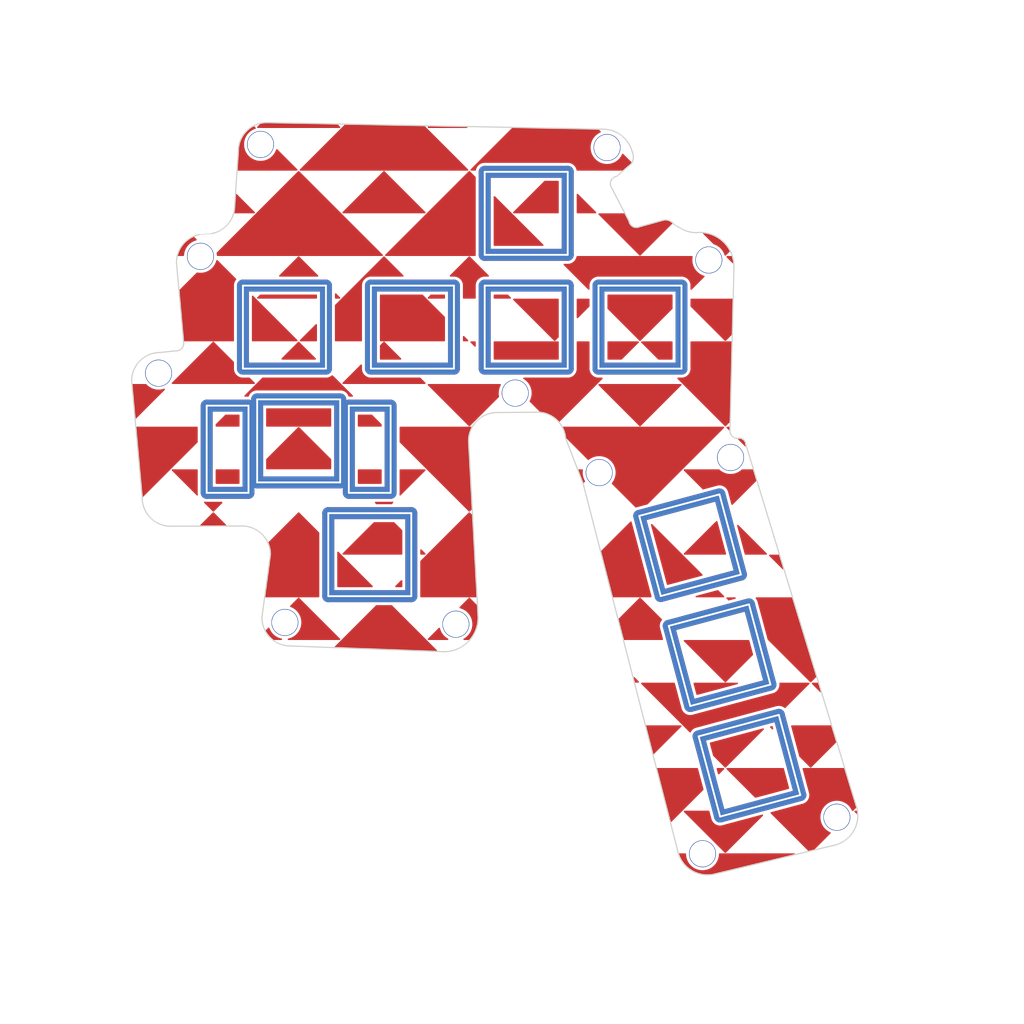
<source format=kicad_pcb>
(kicad_pcb (version 20221018) (generator pcbnew)
  (layers (0 "F.Cu" signal) (31 "B.Cu" signal) (34 "B.Paste" user) (35 "F.Paste" user) (36 "B.SilkS" user "B.Silkscreen") (37 "F.SilkS" user "F.Silkscreen") (38 "B.Mask" user) (39 "F.Mask" user) (44 "Edge.Cuts" user))
  (net 0 "")
  (net 1 "Col0")
  (net 2 "Col1")
  (net 3 "Col2")
  (net 4 "Col3")
  (footprint "kbd_SW_Hole:SW_Hole_TH_1u" (layer "F.Cu") (at 90.4875 57.15)
    (fp_text reference "SW5" hide)
    (fp_text value "SW_PUSH" hide)
    (pad "1" thru_hole oval (at -6.95 0) (size 2 15.9) (drill oval 0.3 14.2) (layers "*.Cu" "*.Mask") (net 3 "Col2"))
    (pad "1" thru_hole oval (at 0 -6.95 90) (size 2 15.9) (drill oval 0.3 14.2) (layers "*.Cu" "*.Mask") (net 3 "Col2"))
    (pad "1" thru_hole oval (at 0 6.95 90) (size 2 15.9) (drill oval 0.3 14.2) (layers "*.Cu" "*.Mask") (net 3 "Col2"))
    (pad "1" thru_hole oval (at 6.95 0) (size 2 15.9) (drill oval 0.3 14.2) (layers "*.Cu" "*.Mask") (net 3 "Col2"))
  )
  (footprint "kbd_SW_Hole:SW_Hole_TH_1u" (layer "F.Cu") (at 90.4875 76.2)
    (fp_text reference "SW6" hide)
    (fp_text value "SW_PUSH" hide)
    (pad "1" thru_hole oval (at -6.95 0) (size 2 15.9) (drill oval 0.3 14.2) (layers "*.Cu" "*.Mask") (net 3 "Col2"))
    (pad "1" thru_hole oval (at 0 -6.95 90) (size 2 15.9) (drill oval 0.3 14.2) (layers "*.Cu" "*.Mask") (net 3 "Col2"))
    (pad "1" thru_hole oval (at 0 6.95 90) (size 2 15.9) (drill oval 0.3 14.2) (layers "*.Cu" "*.Mask") (net 3 "Col2"))
    (pad "1" thru_hole oval (at 6.95 0) (size 2 15.9) (drill oval 0.3 14.2) (layers "*.Cu" "*.Mask") (net 3 "Col2"))
  )
  (footprint "kbd_SW_Hole:SW_Hole_TH_2.25u" (layer "F.Cu") (at 52.3875 95.25)
    (fp_text reference "SW2" hide)
    (fp_text value "SW_PUSH" hide)
    (pad "1" thru_hole oval (at -15.4 1.4) (size 2 16.6) (drill oval 0.3 14.9) (layers "*.Cu" "*.Mask") (net 1 "Col0"))
    (pad "1" thru_hole oval (at -11.9 -5.9 90) (size 2 8.9) (drill oval 0.3 7.3) (layers "*.Cu" "*.Mask") (net 1 "Col0"))
    (pad "1" thru_hole oval (at -11.9 8.7 90) (size 2 8.9) (drill oval 0.3 7.3) (layers "*.Cu" "*.Mask") (net 1 "Col0"))
    (pad "1" thru_hole oval (at -8.4 1.4) (size 2 16.6) (drill oval 0.3 14.9) (layers "*.Cu" "*.Mask") (net 1 "Col0"))
    (pad "1" thru_hole oval (at -6.95 0) (size 2 15.9) (drill oval 0.3 14.2) (layers "*.Cu" "*.Mask") (net 1 "Col0"))
    (pad "1" thru_hole oval (at 0 -6.95 90) (size 2 15.9) (drill oval 0.3 14.2) (layers "*.Cu" "*.Mask") (net 1 "Col0"))
    (pad "1" thru_hole oval (at 0 6.95 90) (size 2 15.9) (drill oval 0.3 14.2) (layers "*.Cu" "*.Mask") (net 1 "Col0"))
    (pad "1" thru_hole oval (at 6.95 0) (size 2 15.9) (drill oval 0.3 14.2) (layers "*.Cu" "*.Mask") (net 1 "Col0"))
    (pad "1" thru_hole oval (at 8.4 1.4) (size 2 16.6) (drill oval 0.3 14.9) (layers "*.Cu" "*.Mask") (net 1 "Col0"))
    (pad "1" thru_hole oval (at 11.9 -5.9 90) (size 2 8.9) (drill oval 0.3 7.3) (layers "*.Cu" "*.Mask") (net 1 "Col0"))
    (pad "1" thru_hole oval (at 11.9 8.7 90) (size 2 8.9) (drill oval 0.3 7.3) (layers "*.Cu" "*.Mask") (net 1 "Col0"))
    (pad "1" thru_hole oval (at 15.4 1.4) (size 2 16.6) (drill oval 0.3 14.9) (layers "*.Cu" "*.Mask") (net 1 "Col0"))
  )
  (footprint "kbd_SW_Hole:SW_Hole_TH_1u" (layer "F.Cu") (at 71.4375 76.2)
    (fp_text reference "SW4" hide)
    (fp_text value "SW_PUSH" hide)
    (pad "1" thru_hole oval (at -6.95 0) (size 2 15.9) (drill oval 0.3 14.2) (layers "*.Cu" "*.Mask") (net 2 "Col1"))
    (pad "1" thru_hole oval (at 0 -6.95 90) (size 2 15.9) (drill oval 0.3 14.2) (layers "*.Cu" "*.Mask") (net 2 "Col1"))
    (pad "1" thru_hole oval (at 0 6.95 90) (size 2 15.9) (drill oval 0.3 14.2) (layers "*.Cu" "*.Mask") (net 2 "Col1"))
    (pad "1" thru_hole oval (at 6.95 0) (size 2 15.9) (drill oval 0.3 14.2) (layers "*.Cu" "*.Mask") (net 2 "Col1"))
  )
  (footprint "kbd_Hole:m2_Spacer_Hole" (layer "F.Cu") (at 46 45.61)
    (fp_text reference "Ref**")
    (fp_text value "Val**")
    (pad "" np_thru_hole circle (at 0 0) (size 4.5 4.5) (drill 4.3) (layers "*.Cu" "*.Mask"))
  )
  (footprint "kbd_Hole:m2_Spacer_Hole" (layer "F.Cu") (at 121.06 64.96)
    (fp_text reference "Ref**")
    (fp_text value "Val**")
    (pad "" np_thru_hole circle (at 0 0) (size 4.5 4.5) (drill 4.3) (layers "*.Cu" "*.Mask"))
  )
  (footprint "kbd_SW_Hole:SW_Hole_TH_1u" (layer "F.Cu") (at 127.8657 149.6352 -75)
    (fp_text reference "SW10" hide)
    (fp_text value "SW_PUSH" hide)
    (pad "1" thru_hole oval (at -6.95 0 285) (size 2 15.9) (drill oval 0.3 14.2) (layers "*.Cu" "*.Mask") (net 4 "Col3"))
    (pad "1" thru_hole oval (at 0 -6.95 15) (size 2 15.9) (drill oval 0.3 14.2) (layers "*.Cu" "*.Mask") (net 4 "Col3"))
    (pad "1" thru_hole oval (at 0 6.95 15) (size 2 15.9) (drill oval 0.3 14.2) (layers "*.Cu" "*.Mask") (net 4 "Col3"))
    (pad "1" thru_hole oval (at 6.95 0 285) (size 2 15.9) (drill oval 0.3 14.2) (layers "*.Cu" "*.Mask") (net 4 "Col3"))
  )
  (footprint "kbd_Hole:m2_Spacer_Hole" (layer "F.Cu") (at 102.7 100.56)
    (fp_text reference "Ref**")
    (fp_text value "Val**")
    (pad "" np_thru_hole circle (at 0 0) (size 4.5 4.5) (drill 4.3) (layers "*.Cu" "*.Mask"))
  )
  (footprint "kbd_Hole:m2_Spacer_Hole" (layer "F.Cu") (at 120 164.38)
    (fp_text reference "Ref**")
    (fp_text value "Val**")
    (pad "" np_thru_hole circle (at 0 0) (size 4.5 4.5) (drill 4.3) (layers "*.Cu" "*.Mask"))
  )
  (footprint "kbd_Hole:m2_Spacer_Hole" (layer "F.Cu") (at 88.64 87.25)
    (fp_text reference "Ref**")
    (fp_text value "Val**")
    (pad "" np_thru_hole circle (at 0 0) (size 4.5 4.5) (drill 4.3) (layers "*.Cu" "*.Mask"))
  )
  (footprint "kbd_Hole:m2_Spacer_Hole" (layer "F.Cu") (at 142.5 158.26)
    (fp_text reference "Ref**")
    (fp_text value "Val**")
    (pad "" np_thru_hole circle (at 0 0) (size 4.5 4.5) (drill 4.3) (layers "*.Cu" "*.Mask"))
  )
  (footprint "kbd_SW_Hole:SW_Hole_TH_1.25u" (layer "F.Cu") (at 64.2938 114.3)
    (fp_text reference "SW3" hide)
    (fp_text value "SW_PUSH" hide)
    (pad "1" thru_hole oval (at -6.95 0) (size 2 15.9) (drill oval 0.3 14.2) (layers "*.Cu" "*.Mask") (net 1 "Col0"))
    (pad "1" thru_hole oval (at 0 -6.95 90) (size 2 15.9) (drill oval 0.3 14.2) (layers "*.Cu" "*.Mask") (net 1 "Col0"))
    (pad "1" thru_hole oval (at 0 6.95 90) (size 2 15.9) (drill oval 0.3 14.2) (layers "*.Cu" "*.Mask") (net 1 "Col0"))
    (pad "1" thru_hole oval (at 6.95 0) (size 2 15.9) (drill oval 0.3 14.2) (layers "*.Cu" "*.Mask") (net 1 "Col0"))
  )
  (footprint "kbd_SW_Hole:SW_Hole_TH_1u" (layer "F.Cu") (at 117.9238 112.7206 -75)
    (fp_text reference "SW8" hide)
    (fp_text value "SW_PUSH" hide)
    (pad "1" thru_hole oval (at -6.95 0 285) (size 2 15.9) (drill oval 0.3 14.2) (layers "*.Cu" "*.Mask") (net 4 "Col3"))
    (pad "1" thru_hole oval (at 0 -6.95 15) (size 2 15.9) (drill oval 0.3 14.2) (layers "*.Cu" "*.Mask") (net 4 "Col3"))
    (pad "1" thru_hole oval (at 0 6.95 15) (size 2 15.9) (drill oval 0.3 14.2) (layers "*.Cu" "*.Mask") (net 4 "Col3"))
    (pad "1" thru_hole oval (at 6.95 0 285) (size 2 15.9) (drill oval 0.3 14.2) (layers "*.Cu" "*.Mask") (net 4 "Col3"))
  )
  (footprint "kbd_Hole:m2_Spacer_Hole" (layer "F.Cu") (at 50.08 125.65)
    (fp_text reference "Ref**")
    (fp_text value "Val**")
    (pad "" np_thru_hole circle (at 0 0) (size 4.5 4.5) (drill 4.3) (layers "*.Cu" "*.Mask"))
  )
  (footprint "kbd_Hole:m2_Spacer_Hole" (layer "F.Cu") (at 35.94 64.35)
    (fp_text reference "Ref**")
    (fp_text value "Val**")
    (pad "" np_thru_hole circle (at 0 0) (size 4.5 4.5) (drill 4.3) (layers "*.Cu" "*.Mask"))
  )
  (footprint "kbd_Hole:m2_Spacer_Hole" (layer "F.Cu") (at 78.71 125.94)
    (fp_text reference "Ref**")
    (fp_text value "Val**")
    (pad "" np_thru_hole circle (at 0 0) (size 4.5 4.5) (drill 4.3) (layers "*.Cu" "*.Mask"))
  )
  (footprint "kbd_Hole:m2_Spacer_Hole" (layer "F.Cu") (at 124.7 98.03)
    (fp_text reference "Ref**")
    (fp_text value "Val**")
    (pad "" np_thru_hole circle (at 0 0) (size 4.5 4.5) (drill 4.3) (layers "*.Cu" "*.Mask"))
  )
  (footprint "kbd_SW_Hole:SW_Hole_TH_1.25u" (layer "F.Cu") (at 50.0063 76.2)
    (fp_text reference "SW1" hide)
    (fp_text value "SW_PUSH" hide)
    (pad "1" thru_hole oval (at -6.95 0) (size 2 15.9) (drill oval 0.3 14.2) (layers "*.Cu" "*.Mask") (net 1 "Col0"))
    (pad "1" thru_hole oval (at 0 -6.95 90) (size 2 15.9) (drill oval 0.3 14.2) (layers "*.Cu" "*.Mask") (net 1 "Col0"))
    (pad "1" thru_hole oval (at 0 6.95 90) (size 2 15.9) (drill oval 0.3 14.2) (layers "*.Cu" "*.Mask") (net 1 "Col0"))
    (pad "1" thru_hole oval (at 6.95 0) (size 2 15.9) (drill oval 0.3 14.2) (layers "*.Cu" "*.Mask") (net 1 "Col0"))
  )
  (footprint "kbd_Hole:m2_Spacer_Hole" (layer "F.Cu") (at 104.02 46.13)
    (fp_text reference "Ref**")
    (fp_text value "Val**")
    (pad "" np_thru_hole circle (at 0 0) (size 4.5 4.5) (drill 4.3) (layers "*.Cu" "*.Mask"))
  )
  (footprint "kbd_SW_Hole:SW_Hole_TH_1u" (layer "F.Cu") (at 122.8657 131.1352 -75)
    (fp_text reference "SW9" hide)
    (fp_text value "SW_PUSH" hide)
    (pad "1" thru_hole oval (at -6.95 0 285) (size 2 15.9) (drill oval 0.3 14.2) (layers "*.Cu" "*.Mask") (net 4 "Col3"))
    (pad "1" thru_hole oval (at 0 -6.95 15) (size 2 15.9) (drill oval 0.3 14.2) (layers "*.Cu" "*.Mask") (net 4 "Col3"))
    (pad "1" thru_hole oval (at 0 6.95 15) (size 2 15.9) (drill oval 0.3 14.2) (layers "*.Cu" "*.Mask") (net 4 "Col3"))
    (pad "1" thru_hole oval (at 6.95 0 285) (size 2 15.9) (drill oval 0.3 14.2) (layers "*.Cu" "*.Mask") (net 4 "Col3"))
  )
  (footprint "kbd_SW_Hole:SW_Hole_TH_1u" (layer "F.Cu") (at 109.5375 76.2)
    (fp_text reference "SW7" hide)
    (fp_text value "SW_PUSH" hide)
    (pad "1" thru_hole oval (at -6.95 0) (size 2 15.9) (drill oval 0.3 14.2) (layers "*.Cu" "*.Mask") (net 4 "Col3"))
    (pad "1" thru_hole oval (at 0 -6.95 90) (size 2 15.9) (drill oval 0.3 14.2) (layers "*.Cu" "*.Mask") (net 4 "Col3"))
    (pad "1" thru_hole oval (at 0 6.95 90) (size 2 15.9) (drill oval 0.3 14.2) (layers "*.Cu" "*.Mask") (net 4 "Col3"))
    (pad "1" thru_hole oval (at 6.95 0) (size 2 15.9) (drill oval 0.3 14.2) (layers "*.Cu" "*.Mask") (net 4 "Col3"))
  )
  (footprint "kbd_Hole:m2_Spacer_Hole" (layer "F.Cu") (at 28.93 83.91)
    (fp_text reference "Ref**")
    (fp_text value "Val**")
    (pad "" np_thru_hole circle (at 0 0) (size 4.5 4.5) (drill 4.3) (layers "*.Cu" "*.Mask"))
  )
  (gr_line (start 125.26957 66.06) (end 124.602404 93.67607) (stroke (width 0.2)) (layer "Edge.Cuts"))
  (gr_arc (start 109.465003 59.397722) (mid 108.35 59.38) (end 107.704278 58.470831) (stroke (width 0.2)) (layer "Edge.Cuts"))
  (gr_line (start 100.0125 102.39375) (end 97.081877 94.784921) (stroke (width 0.2)) (layer "Edge.Cuts"))
  (gr_arc (start 80.8375 95.2625) (mid 82.232404 91.894904) (end 85.6 90.5) (stroke (width 0.2)) (layer "Edge.Cuts"))
  (gr_arc (start 108.216636 46.794413) (mid 108.42445 47.82732) (end 108.103109 48.830725) (stroke (width 0.2)) (layer "Edge.Cuts"))
  (gr_arc (start 103.32 43.061038) (mid 106.398763 44.100843) (end 108.216635 46.794413) (stroke (width 0.2)) (layer "Edge.Cuts"))
  (gr_arc (start 42.29 46.72) (mid 43.684904 43.352404) (end 47.0525 41.9575) (stroke (width 0.2)) (layer "Edge.Cuts"))
  (gr_line (start 46.232151 124.815294) (end 47.6625 114.2625) (stroke (width 0.2)) (layer "Edge.Cuts"))
  (gr_line (start 29.18 80.45) (end 31.767004 80.17894) (stroke (width 0.2)) (layer "Edge.Cuts"))
  (gr_arc (start 42.9 109.5) (mid 46.267596 110.894904) (end 47.6625 114.2625) (stroke (width 0.2)) (layer "Edge.Cuts"))
  (gr_arc (start 91.922421 90.455623) (mid 95.398776 91.551714) (end 97.081877 94.784921) (stroke (width 0.2)) (layer "Edge.Cuts"))
  (gr_arc (start 122.16 167.74) (mid 118.067921 167.099621) (end 115.792985 163.638439) (stroke (width 0.2)) (layer "Edge.Cuts"))
  (gr_arc (start 113.49 58.28) (mid 114.436849 58.37291) (end 115.173122 58.975452) (stroke (width 0.2)) (layer "Edge.Cuts"))
  (gr_line (start 76.704594 130.549806) (end 51.004706 129.587849) (stroke (width 0.2)) (layer "Edge.Cuts"))
  (gr_line (start 26.19375 104.775) (end 24.4175 85.2125) (stroke (width 0.2)) (layer "Edge.Cuts"))
  (gr_line (start 107.704278 58.470831) (end 104.702278 52.725003) (stroke (width 0.2)) (layer "Edge.Cuts"))
  (gr_line (start 41.677343 55.868943) (end 42.29 46.72) (stroke (width 0.2)) (layer "Edge.Cuts"))
  (gr_arc (start 126.15324 94.794366) (mid 125.123756 94.587553) (end 124.602404 93.67607) (stroke (width 0.2)) (layer "Edge.Cuts"))
  (gr_line (start 127.25 95.81) (end 145.83 156.66) (stroke (width 0.2)) (layer "Edge.Cuts"))
  (gr_arc (start 145.83 156.66) (mid 145.189598 160.75206) (end 141.728439 163.027015) (stroke (width 0.2)) (layer "Edge.Cuts"))
  (gr_line (start 115.173122 58.975452) (end 116.33 59.649566) (stroke (width 0.2)) (layer "Edge.Cuts"))
  (gr_arc (start 82.439806 124.814594) (mid 80.76 128.87) (end 76.704594 130.549806) (stroke (width 0.2)) (layer "Edge.Cuts"))
  (gr_line (start 113.49 58.28) (end 109.465003 59.397722) (stroke (width 0.2)) (layer "Edge.Cuts"))
  (gr_line (start 33.147681 79.024538) (end 31.93 65.38) (stroke (width 0.2)) (layer "Edge.Cuts"))
  (gr_arc (start 30.95625 109.5375) (mid 27.588654 108.142596) (end 26.19375 104.775) (stroke (width 0.2)) (layer "Edge.Cuts"))
  (gr_arc (start 33.147678 79.024538) (mid 32.689999 79.88) (end 31.767004 80.17894) (stroke (width 0.2)) (layer "Edge.Cuts"))
  (gr_line (start 47.0525 41.9575) (end 103.32 43.061038) (stroke (width 0.2)) (layer "Edge.Cuts"))
  (gr_arc (start 24.4175 85.2125) (mid 25.812404 81.844904) (end 29.18 80.45) (stroke (width 0.2)) (layer "Edge.Cuts"))
  (gr_line (start 91.922421 90.455623) (end 85.6 90.5) (stroke (width 0.2)) (layer "Edge.Cuts"))
  (gr_arc (start 118.941913 60.382535) (mid 117.585508 60.195821) (end 116.33 59.649566) (stroke (width 0.2)) (layer "Edge.Cuts"))
  (gr_arc (start 118.941913 60.382535) (mid 123.372599 61.809328) (end 125.26957 66.06) (stroke (width 0.2)) (layer "Edge.Cuts"))
  (gr_line (start 80.8375 95.2625) (end 82.439806 124.814594) (stroke (width 0.2)) (layer "Edge.Cuts"))
  (gr_arc (start 51.004706 129.587849) (mid 47.63 128.19) (end 46.232151 124.815294) (stroke (width 0.2)) (layer "Edge.Cuts"))
  (gr_arc (start 41.677343 55.868943) (mid 40.58 58.91) (end 37.793657 60.549657) (stroke (width 0.2)) (layer "Edge.Cuts"))
  (gr_arc (start 126.15324 94.794366) (mid 126.900633 95.087273) (end 127.25 95.81) (stroke (width 0.2)) (layer "Edge.Cuts"))
  (gr_line (start 37.793657 60.549657) (end 35.813686 60.699285) (stroke (width 0.1)) (layer "Edge.Cuts"))
  (gr_line (start 42.9 109.5) (end 30.95625 109.5375) (stroke (width 0.2)) (layer "Edge.Cuts"))
  (gr_arc (start 31.93 65.38) (mid 33.027343 62.338943) (end 35.813686 60.699286) (stroke (width 0.2)) (layer "Edge.Cuts"))
  (gr_line (start 141.728439 163.027015) (end 122.16 167.74) (stroke (width 0.2)) (layer "Edge.Cuts"))
  (gr_arc (start 104.702278 52.725003) (mid 104.72 51.61) (end 105.629169 50.964278) (stroke (width 0.2)) (layer "Edge.Cuts"))
  (gr_line (start 108.103109 48.830725) (end 105.629169 50.964278) (stroke (width 0.2)) (layer "Edge.Cuts"))
  (gr_line (start 115.792985 163.638439) (end 100.0125 102.39375) (stroke (width 0.2)) (layer "Edge.Cuts"))
  (zone (net 0) (net_name "") (layer "F.Cu") (connect_pads (clearance 0)) (min_thickness 0.25)
    (keepout (tracks allowed) (vias allowed) (pads allowed) (copperpour not_allowed) (footprints allowed))
    (fill (thermal_gap 0.5) (thermal_bridge_width 0.5))
    (polygon (pts (xy 59.53125 100.0125) (xy 66.675 92.86875) (xy 52.3875 92.86875)))
  )
  (zone (net 0) (net_name "") (layer "F.Cu") (connect_pads (clearance 0)) (min_thickness 0.25)
    (keepout (tracks allowed) (vias allowed) (pads allowed) (copperpour not_allowed) (footprints allowed))
    (fill (thermal_gap 0.5) (thermal_bridge_width 0.5))
    (polygon (pts (xy 109.5375 78.58125) (xy 102.39375 85.725) (xy 116.68125 85.725)))
  )
  (zone (net 0) (net_name "") (layer "F.Cu") (connect_pads (clearance 0)) (min_thickness 0.25)
    (keepout (tracks allowed) (vias allowed) (pads allowed) (copperpour not_allowed) (footprints allowed))
    (fill (thermal_gap 0.5) (thermal_bridge_width 0.5))
    (polygon (pts (xy 66.675 121.44375) (xy 73.81875 114.3) (xy 59.53125 114.3)))
  )
  (zone (net 0) (net_name "") (layer "F.Cu") (connect_pads (clearance 0)) (min_thickness 0.25)
    (keepout (tracks allowed) (vias allowed) (pads allowed) (copperpour not_allowed) (footprints allowed))
    (fill (thermal_gap 0.5) (thermal_bridge_width 0.5))
    (polygon (pts (xy 66.675 64.29375) (xy 73.81875 57.15) (xy 59.53125 57.15)))
  )
  (zone (net 0) (net_name "") (layer "F.Cu") (connect_pads (clearance 0)) (min_thickness 0.25)
    (keepout (tracks allowed) (vias allowed) (pads allowed) (copperpour not_allowed) (footprints allowed))
    (fill (thermal_gap 0.5) (thermal_bridge_width 0.5))
    (polygon (pts (xy 30.95625 128.5875) (xy 38.1 121.44375) (xy 23.8125 121.44375)))
  )
  (zone (net 0) (net_name "") (layer "F.Cu") (connect_pads (clearance 0)) (min_thickness 0.25)
    (keepout (tracks allowed) (vias allowed) (pads allowed) (copperpour not_allowed) (footprints allowed))
    (fill (thermal_gap 0.5) (thermal_bridge_width 0.5))
    (polygon (pts (xy 45.24375 28.575) (xy 52.3875 21.43125) (xy 38.1 21.43125)))
  )
  (zone (net 0) (net_name "") (layer "F.Cu") (connect_pads (clearance 0)) (min_thickness 0.25)
    (keepout (tracks allowed) (vias allowed) (pads allowed) (copperpour not_allowed) (footprints allowed))
    (fill (thermal_gap 0.5) (thermal_bridge_width 0.5))
    (polygon (pts (xy 109.5375 135.73125) (xy 102.39375 142.875) (xy 116.68125 142.875)))
  )
  (zone (net 0) (net_name "") (layer "F.Cu") (connect_pads (clearance 0)) (min_thickness 0.25)
    (keepout (tracks allowed) (vias allowed) (pads allowed) (copperpour not_allowed) (footprints allowed))
    (fill (thermal_gap 0.5) (thermal_bridge_width 0.5))
    (polygon (pts (xy 73.81875 28.575) (xy 80.9625 21.43125) (xy 66.675 21.43125)))
  )
  (zone (net 0) (net_name "") (layer "F.Cu") (connect_pads (clearance 0)) (min_thickness 0.25)
    (keepout (tracks allowed) (vias allowed) (pads allowed) (copperpour not_allowed) (footprints allowed))
    (fill (thermal_gap 0.5) (thermal_bridge_width 0.5))
    (polygon (pts (xy 145.25625 42.8625) (xy 138.1125 50.00625) (xy 152.4 50.00625)))
  )
  (zone (net 0) (net_name "") (layer "F.Cu") (connect_pads (clearance 0)) (min_thickness 0.25)
    (keepout (tracks allowed) (vias allowed) (pads allowed) (copperpour not_allowed) (footprints allowed))
    (fill (thermal_gap 0.5) (thermal_bridge_width 0.5))
    (polygon (pts (xy 38.1 35.71875) (xy 45.24375 28.575) (xy 30.95625 28.575)))
  )
  (zone (net 0) (net_name "") (layer "F.Cu") (connect_pads (clearance 0)) (min_thickness 0.25)
    (keepout (tracks allowed) (vias allowed) (pads allowed) (copperpour not_allowed) (footprints allowed))
    (fill (thermal_gap 0.5) (thermal_bridge_width 0.5))
    (polygon (pts (xy 116.68125 171.45) (xy 109.5375 178.59375) (xy 123.825 178.59375)))
  )
  (zone (net 0) (net_name "") (layer "F.Cu") (connect_pads (clearance 0)) (min_thickness 0.25)
    (keepout (tracks allowed) (vias allowed) (pads allowed) (copperpour not_allowed) (footprints allowed))
    (fill (thermal_gap 0.5) (thermal_bridge_width 0.5))
    (polygon (pts (xy 130.96875 157.1625) (xy 123.825 164.30625) (xy 138.1125 164.30625)))
  )
  (zone (net 0) (net_name "") (layer "F.Cu") (connect_pads (clearance 0)) (min_thickness 0.25)
    (keepout (tracks allowed) (vias allowed) (pads allowed) (copperpour not_allowed) (footprints allowed))
    (fill (thermal_gap 0.5) (thermal_bridge_width 0.5))
    (polygon (pts (xy 116.68125 85.725) (xy 109.5375 92.86875) (xy 123.825 92.86875)))
  )
  (zone (net 0) (net_name "") (layer "F.Cu") (connect_pads (clearance 0)) (min_thickness 0.25)
    (keepout (tracks allowed) (vias allowed) (pads allowed) (copperpour not_allowed) (footprints allowed))
    (fill (thermal_gap 0.5) (thermal_bridge_width 0.5))
    (polygon (pts (xy 145.25625 71.4375) (xy 138.1125 78.58125) (xy 152.4 78.58125)))
  )
  (zone (net 0) (net_name "") (layer "F.Cu") (connect_pads (clearance 0)) (min_thickness 0.25)
    (keepout (tracks allowed) (vias allowed) (pads allowed) (copperpour not_allowed) (footprints allowed))
    (fill (thermal_gap 0.5) (thermal_bridge_width 0.5))
    (polygon (pts (xy 88.10625 142.875) (xy 95.25 135.73125) (xy 80.9625 135.73125)))
  )
  (zone (net 0) (net_name "") (layer "F.Cu") (connect_pads (clearance 0)) (min_thickness 0.25)
    (keepout (tracks allowed) (vias allowed) (pads allowed) (copperpour not_allowed) (footprints allowed))
    (fill (thermal_gap 0.5) (thermal_bridge_width 0.5))
    (polygon (pts (xy 159.54375 185.7375) (xy 152.4 192.88125) (xy 166.6875 192.88125)))
  )
  (zone (net 0) (net_name "") (layer "F.Cu") (connect_pads (clearance 0)) (min_thickness 0.25)
    (keepout (tracks allowed) (vias allowed) (pads allowed) (copperpour not_allowed) (footprints allowed))
    (fill (thermal_gap 0.5) (thermal_bridge_width 0.5))
    (polygon (pts (xy 116.68125 185.7375) (xy 109.5375 192.88125) (xy 123.825 192.88125)))
  )
  (zone (net 0) (net_name "") (layer "F.Cu") (connect_pads (clearance 0.5)) (min_thickness 0.25) (fill yes (thermal_gap 0.5) (thermal_bridge_width 0.5) (island_removal_mode 1) (island_area_min 10))
    (polygon (pts (xy 108.54 38.37) (xy 36.51 37.22) (xy 20.4 91.99) (xy 27.31 113.85) (xy 47.79 137.32) (xy 86.91 136.17) (xy 121.89 175.52) (xy 162.39 160.8) (xy 132.48 53.79) (xy 108.77 37.91)))
  )
  (zone (net 0) (net_name "") (layer "F.Cu") (connect_pads (clearance 0)) (min_thickness 0.25)
    (keepout (tracks allowed) (vias allowed) (pads allowed) (copperpour not_allowed) (footprints allowed))
    (fill (thermal_gap 0.5) (thermal_bridge_width 0.5))
    (polygon (pts (xy 38.1 64.29375) (xy 45.24375 57.15) (xy 30.95625 57.15)))
  )
  (zone (net 0) (net_name "") (layer "F.Cu") (connect_pads (clearance 0)) (min_thickness 0.25)
    (keepout (tracks allowed) (vias allowed) (pads allowed) (copperpour not_allowed) (footprints allowed))
    (fill (thermal_gap 0.5) (thermal_bridge_width 0.5))
    (polygon (pts (xy 73.81875 114.3) (xy 80.9625 107.15625) (xy 66.675 107.15625)))
  )
  (zone (net 0) (net_name "") (layer "F.Cu") (connect_pads (clearance 0)) (min_thickness 0.25)
    (keepout (tracks allowed) (vias allowed) (pads allowed) (copperpour not_allowed) (footprints allowed))
    (fill (thermal_gap 0.5) (thermal_bridge_width 0.5))
    (polygon (pts (xy 30.95625 85.725) (xy 38.1 78.58125) (xy 23.8125 78.58125)))
  )
  (zone (net 0) (net_name "") (layer "F.Cu") (connect_pads (clearance 0)) (min_thickness 0.25)
    (keepout (tracks allowed) (vias allowed) (pads allowed) (copperpour not_allowed) (footprints allowed))
    (fill (thermal_gap 0.5) (thermal_bridge_width 0.5))
    (polygon (pts (xy 16.66875 71.4375) (xy 23.8125 64.29375) (xy 9.525 64.29375)))
  )
  (zone (net 0) (net_name "") (layer "F.Cu") (connect_pads (clearance 0)) (min_thickness 0.25)
    (keepout (tracks allowed) (vias allowed) (pads allowed) (copperpour not_allowed) (footprints allowed))
    (fill (thermal_gap 0.5) (thermal_bridge_width 0.5))
    (polygon (pts (xy 102.39375 85.725) (xy 95.25 92.86875) (xy 109.5375 92.86875)))
  )
  (zone (net 0) (net_name "") (layer "F.Cu") (connect_pads (clearance 0)) (min_thickness 0.25)
    (keepout (tracks allowed) (vias allowed) (pads allowed) (copperpour not_allowed) (footprints allowed))
    (fill (thermal_gap 0.5) (thermal_bridge_width 0.5))
    (polygon (pts (xy 130.96875 171.45) (xy 123.825 178.59375) (xy 138.1125 178.59375)))
  )
  (zone (net 0) (net_name "") (layer "F.Cu") (connect_pads (clearance 0)) (min_thickness 0.25)
    (keepout (tracks allowed) (vias allowed) (pads allowed) (copperpour not_allowed) (footprints allowed))
    (fill (thermal_gap 0.5) (thermal_bridge_width 0.5))
    (polygon (pts (xy 152.4 178.59375) (xy 145.25625 185.7375) (xy 159.54375 185.7375)))
  )
  (zone (net 0) (net_name "") (layer "F.Cu") (connect_pads (clearance 0)) (min_thickness 0.25)
    (keepout (tracks allowed) (vias allowed) (pads allowed) (copperpour not_allowed) (footprints allowed))
    (fill (thermal_gap 0.5) (thermal_bridge_width 0.5))
    (polygon (pts (xy 95.25 64.29375) (xy 102.39375 57.15) (xy 88.10625 57.15)))
  )
  (zone (net 0) (net_name "") (layer "F.Cu") (connect_pads (clearance 0)) (min_thickness 0.25)
    (keepout (tracks allowed) (vias allowed) (pads allowed) (copperpour not_allowed) (footprints allowed))
    (fill (thermal_gap 0.5) (thermal_bridge_width 0.5))
    (polygon (pts (xy 80.9625 50.00625) (xy 88.10625 42.8625) (xy 73.81875 42.8625)))
  )
  (zone (net 0) (net_name "") (layer "F.Cu") (connect_pads (clearance 0)) (min_thickness 0.25)
    (keepout (tracks allowed) (vias allowed) (pads allowed) (copperpour not_allowed) (footprints allowed))
    (fill (thermal_gap 0.5) (thermal_bridge_width 0.5))
    (polygon (pts (xy 159.54375 57.15) (xy 152.4 64.29375) (xy 166.6875 64.29375)))
  )
  (zone (net 0) (net_name "") (layer "F.Cu") (connect_pads (clearance 0)) (min_thickness 0.25)
    (keepout (tracks allowed) (vias allowed) (pads allowed) (copperpour not_allowed) (footprints allowed))
    (fill (thermal_gap 0.5) (thermal_bridge_width 0.5))
    (polygon (pts (xy 145.25625 100.0125) (xy 138.1125 107.15625) (xy 152.4 107.15625)))
  )
  (zone (net 0) (net_name "") (layer "F.Cu") (connect_pads (clearance 0)) (min_thickness 0.25)
    (keepout (tracks allowed) (vias allowed) (pads allowed) (copperpour not_allowed) (footprints allowed))
    (fill (thermal_gap 0.5) (thermal_bridge_width 0.5))
    (polygon (pts (xy 166.6875 164.30625) (xy 159.54375 171.45) (xy 173.83125 171.45)))
  )
  (zone (net 0) (net_name "") (layer "F.Cu") (connect_pads (clearance 0)) (min_thickness 0.25)
    (keepout (tracks allowed) (vias allowed) (pads allowed) (copperpour not_allowed) (footprints allowed))
    (fill (thermal_gap 0.5) (thermal_bridge_width 0.5))
    (polygon (pts (xy 109.5375 50.00625) (xy 102.39375 57.15) (xy 116.68125 57.15)))
  )
  (zone (net 0) (net_name "") (layer "F.Cu") (connect_pads (clearance 0)) (min_thickness 0.25)
    (keepout (tracks allowed) (vias allowed) (pads allowed) (copperpour not_allowed) (footprints allowed))
    (fill (thermal_gap 0.5) (thermal_bridge_width 0.5))
    (polygon (pts (xy 166.6875 78.58125) (xy 159.54375 85.725) (xy 173.83125 85.725)))
  )
  (zone (net 0) (net_name "") (layer "F.Cu") (connect_pads (clearance 0)) (min_thickness 0.25)
    (keepout (tracks allowed) (vias allowed) (pads allowed) (copperpour not_allowed) (footprints allowed))
    (fill (thermal_gap 0.5) (thermal_bridge_width 0.5))
    (polygon (pts (xy 52.3875 78.58125) (xy 59.53125 71.4375) (xy 45.24375 71.4375)))
  )
  (zone (net 0) (net_name "") (layer "F.Cu") (connect_pads (clearance 0)) (min_thickness 0.25)
    (keepout (tracks allowed) (vias allowed) (pads allowed) (copperpour not_allowed) (footprints allowed))
    (fill (thermal_gap 0.5) (thermal_bridge_width 0.5))
    (polygon (pts (xy 130.96875 85.725) (xy 123.825 92.86875) (xy 138.1125 92.86875)))
  )
  (zone (net 0) (net_name "") (layer "F.Cu") (connect_pads (clearance 0)) (min_thickness 0.25)
    (keepout (tracks allowed) (vias allowed) (pads allowed) (copperpour not_allowed) (footprints allowed))
    (fill (thermal_gap 0.5) (thermal_bridge_width 0.5))
    (polygon (pts (xy 159.54375 171.45) (xy 152.4 178.59375) (xy 166.6875 178.59375)))
  )
  (zone (net 0) (net_name "") (layer "F.Cu") (connect_pads (clearance 0)) (min_thickness 0.25)
    (keepout (tracks allowed) (vias allowed) (pads allowed) (copperpour not_allowed) (footprints allowed))
    (fill (thermal_gap 0.5) (thermal_bridge_width 0.5))
    (polygon (pts (xy 109.5375 50.00625) (xy 116.68125 42.8625) (xy 102.39375 42.8625)))
  )
  (zone (net 0) (net_name "") (layer "F.Cu") (connect_pads (clearance 0)) (min_thickness 0.25)
    (keepout (tracks allowed) (vias allowed) (pads allowed) (copperpour not_allowed) (footprints allowed))
    (fill (thermal_gap 0.5) (thermal_bridge_width 0.5))
    (polygon (pts (xy 102.39375 57.15) (xy 109.5375 50.00625) (xy 95.25 50.00625)))
  )
  (zone (net 0) (net_name "") (layer "F.Cu") (connect_pads (clearance 0)) (min_thickness 0.25)
    (keepout (tracks allowed) (vias allowed) (pads allowed) (copperpour not_allowed) (footprints allowed))
    (fill (thermal_gap 0.5) (thermal_bridge_width 0.5))
    (polygon (pts (xy 66.675 92.86875) (xy 73.81875 85.725) (xy 59.53125 85.725)))
  )
  (zone (net 0) (net_name "") (layer "F.Cu") (connect_pads (clearance 0)) (min_thickness 0.25)
    (keepout (tracks allowed) (vias allowed) (pads allowed) (copperpour not_allowed) (footprints allowed))
    (fill (thermal_gap 0.5) (thermal_bridge_width 0.5))
    (polygon (pts (xy 102.39375 114.3) (xy 109.5375 107.15625) (xy 95.25 107.15625)))
  )
  (zone (net 0) (net_name "") (layer "F.Cu") (connect_pads (clearance 0)) (min_thickness 0.25)
    (keepout (tracks allowed) (vias allowed) (pads allowed) (copperpour not_allowed) (footprints allowed))
    (fill (thermal_gap 0.5) (thermal_bridge_width 0.5))
    (polygon (pts (xy 159.54375 142.875) (xy 152.4 150.01875) (xy 166.6875 150.01875)))
  )
  (zone (net 0) (net_name "") (layer "F.Cu") (connect_pads (clearance 0)) (min_thickness 0.25)
    (keepout (tracks allowed) (vias allowed) (pads allowed) (copperpour not_allowed) (footprints allowed))
    (fill (thermal_gap 0.5) (thermal_bridge_width 0.5))
    (polygon (pts (xy 102.39375 128.5875) (xy 109.5375 121.44375) (xy 95.25 121.44375)))
  )
  (zone (net 0) (net_name "") (layer "F.Cu") (connect_pads (clearance 0)) (min_thickness 0.25)
    (keepout (tracks allowed) (vias allowed) (pads allowed) (copperpour not_allowed) (footprints allowed))
    (fill (thermal_gap 0.5) (thermal_bridge_width 0.5))
    (polygon (pts (xy 166.6875 135.73125) (xy 173.83125 128.5875) (xy 159.54375 128.5875)))
  )
  (zone (net 0) (net_name "") (layer "F.Cu") (connect_pads (clearance 0)) (min_thickness 0.25)
    (keepout (tracks allowed) (vias allowed) (pads allowed) (copperpour not_allowed) (footprints allowed))
    (fill (thermal_gap 0.5) (thermal_bridge_width 0.5))
    (polygon (pts (xy 45.24375 100.0125) (xy 38.1 107.15625) (xy 52.3875 107.15625)))
  )
  (zone (net 0) (net_name "") (layer "F.Cu") (connect_pads (clearance 0)) (min_thickness 0.25)
    (keepout (tracks allowed) (vias allowed) (pads allowed) (copperpour not_allowed) (footprints allowed))
    (fill (thermal_gap 0.5) (thermal_bridge_width 0.5))
    (polygon (pts (xy 123.825 121.44375) (xy 130.96875 114.3) (xy 116.68125 114.3)))
  )
  (zone (net 0) (net_name "") (layer "F.Cu") (connect_pads (clearance 0)) (min_thickness 0.25)
    (keepout (tracks allowed) (vias allowed) (pads allowed) (copperpour not_allowed) (footprints allowed))
    (fill (thermal_gap 0.5) (thermal_bridge_width 0.5))
    (polygon (pts (xy 159.54375 114.3) (xy 166.6875 107.15625) (xy 152.4 107.15625)))
  )
  (zone (net 0) (net_name "") (layer "F.Cu") (connect_pads (clearance 0)) (min_thickness 0.25)
    (keepout (tracks allowed) (vias allowed) (pads allowed) (copperpour not_allowed) (footprints allowed))
    (fill (thermal_gap 0.5) (thermal_bridge_width 0.5))
    (polygon (pts (xy 102.39375 142.875) (xy 95.25 150.01875) (xy 109.5375 150.01875)))
  )
  (zone (net 0) (net_name "") (layer "F.Cu") (connect_pads (clearance 0)) (min_thickness 0.25)
    (keepout (tracks allowed) (vias allowed) (pads allowed) (copperpour not_allowed) (footprints allowed))
    (fill (thermal_gap 0.5) (thermal_bridge_width 0.5))
    (polygon (pts (xy 52.3875 135.73125) (xy 59.53125 128.5875) (xy 45.24375 128.5875)))
  )
  (zone (net 0) (net_name "") (layer "F.Cu") (connect_pads (clearance 0)) (min_thickness 0.25)
    (keepout (tracks allowed) (vias allowed) (pads allowed) (copperpour not_allowed) (footprints allowed))
    (fill (thermal_gap 0.5) (thermal_bridge_width 0.5))
    (polygon (pts (xy 116.68125 142.875) (xy 109.5375 150.01875) (xy 123.825 150.01875)))
  )
  (zone (net 0) (net_name "") (layer "F.Cu") (connect_pads (clearance 0)) (min_thickness 0.25)
    (keepout (tracks allowed) (vias allowed) (pads allowed) (copperpour not_allowed) (footprints allowed))
    (fill (thermal_gap 0.5) (thermal_bridge_width 0.5))
    (polygon (pts (xy 88.10625 71.4375) (xy 95.25 64.29375) (xy 80.9625 64.29375)))
  )
  (zone (net 0) (net_name "") (layer "F.Cu") (connect_pads (clearance 0)) (min_thickness 0.25)
    (keepout (tracks allowed) (vias allowed) (pads allowed) (copperpour not_allowed) (footprints allowed))
    (fill (thermal_gap 0.5) (thermal_bridge_width 0.5))
    (polygon (pts (xy 45.24375 71.4375) (xy 52.3875 64.29375) (xy 38.1 64.29375)))
  )
  (zone (net 0) (net_name "") (layer "F.Cu") (connect_pads (clearance 0)) (min_thickness 0.25)
    (keepout (tracks allowed) (vias allowed) (pads allowed) (copperpour not_allowed) (footprints allowed))
    (fill (thermal_gap 0.5) (thermal_bridge_width 0.5))
    (polygon (pts (xy 123.825 121.44375) (xy 116.68125 128.5875) (xy 130.96875 128.5875)))
  )
  (zone (net 0) (net_name "") (layer "F.Cu") (connect_pads (clearance 0)) (min_thickness 0.25)
    (keepout (tracks allowed) (vias allowed) (pads allowed) (copperpour not_allowed) (footprints allowed))
    (fill (thermal_gap 0.5) (thermal_bridge_width 0.5))
    (polygon (pts (xy 30.95625 114.3) (xy 38.1 107.15625) (xy 23.8125 107.15625)))
  )
  (zone (net 0) (net_name "") (layer "F.Cu") (connect_pads (clearance 0)) (min_thickness 0.25)
    (keepout (tracks allowed) (vias allowed) (pads allowed) (copperpour not_allowed) (footprints allowed))
    (fill (thermal_gap 0.5) (thermal_bridge_width 0.5))
    (polygon (pts (xy 73.81875 85.725) (xy 80.9625 78.58125) (xy 66.675 78.58125)))
  )
  (zone (net 0) (net_name "") (layer "F.Cu") (connect_pads (clearance 0)) (min_thickness 0.25)
    (keepout (tracks allowed) (vias allowed) (pads allowed) (copperpour not_allowed) (footprints allowed))
    (fill (thermal_gap 0.5) (thermal_bridge_width 0.5))
    (polygon (pts (xy 16.66875 100.0125) (xy 9.525 107.15625) (xy 23.8125 107.15625)))
  )
  (zone (net 0) (net_name "") (layer "F.Cu") (connect_pads (clearance 0)) (min_thickness 0.25)
    (keepout (tracks allowed) (vias allowed) (pads allowed) (copperpour not_allowed) (footprints allowed))
    (fill (thermal_gap 0.5) (thermal_bridge_width 0.5))
    (polygon (pts (xy 116.68125 42.8625) (xy 109.5375 50.00625) (xy 123.825 50.00625)))
  )
  (zone (net 0) (net_name "") (layer "F.Cu") (connect_pads (clearance 0)) (min_thickness 0.25)
    (keepout (tracks allowed) (vias allowed) (pads allowed) (copperpour not_allowed) (footprints allowed))
    (fill (thermal_gap 0.5) (thermal_bridge_width 0.5))
    (polygon (pts (xy 45.24375 57.15) (xy 52.3875 50.00625) (xy 38.1 50.00625)))
  )
  (zone (net 0) (net_name "") (layer "F.Cu") (connect_pads (clearance 0)) (min_thickness 0.25)
    (keepout (tracks allowed) (vias allowed) (pads allowed) (copperpour not_allowed) (footprints allowed))
    (fill (thermal_gap 0.5) (thermal_bridge_width 0.5))
    (polygon (pts (xy 116.68125 42.8625) (xy 123.825 35.71875) (xy 109.5375 35.71875)))
  )
  (zone (net 0) (net_name "") (layer "F.Cu") (connect_pads (clearance 0)) (min_thickness 0.25)
    (keepout (tracks allowed) (vias allowed) (pads allowed) (copperpour not_allowed) (footprints allowed))
    (fill (thermal_gap 0.5) (thermal_bridge_width 0.5))
    (polygon (pts (xy 16.66875 28.575) (xy 23.8125 21.43125) (xy 9.525 21.43125)))
  )
  (zone (net 0) (net_name "") (layer "F.Cu") (connect_pads (clearance 0)) (min_thickness 0.25)
    (keepout (tracks allowed) (vias allowed) (pads allowed) (copperpour not_allowed) (footprints allowed))
    (fill (thermal_gap 0.5) (thermal_bridge_width 0.5))
    (polygon (pts (xy 45.24375 42.8625) (xy 52.3875 35.71875) (xy 38.1 35.71875)))
  )
  (zone (net 0) (net_name "") (layer "F.Cu") (connect_pads (clearance 0)) (min_thickness 0.25)
    (keepout (tracks allowed) (vias allowed) (pads allowed) (copperpour not_allowed) (footprints allowed))
    (fill (thermal_gap 0.5) (thermal_bridge_width 0.5))
    (polygon (pts (xy 59.53125 114.3) (xy 66.675 107.15625) (xy 52.3875 107.15625)))
  )
  (zone (net 0) (net_name "") (layer "F.Cu") (connect_pads (clearance 0)) (min_thickness 0.25)
    (keepout (tracks allowed) (vias allowed) (pads allowed) (copperpour not_allowed) (footprints allowed))
    (fill (thermal_gap 0.5) (thermal_bridge_width 0.5))
    (polygon (pts (xy 59.53125 71.4375) (xy 66.675 64.29375) (xy 52.3875 64.29375)))
  )
  (zone (net 0) (net_name "") (layer "F.Cu") (connect_pads (clearance 0)) (min_thickness 0.25)
    (keepout (tracks allowed) (vias allowed) (pads allowed) (copperpour not_allowed) (footprints allowed))
    (fill (thermal_gap 0.5) (thermal_bridge_width 0.5))
    (polygon (pts (xy 152.4 121.44375) (xy 145.25625 128.5875) (xy 159.54375 128.5875)))
  )
  (zone (net 0) (net_name "") (layer "F.Cu") (connect_pads (clearance 0)) (min_thickness 0.25)
    (keepout (tracks allowed) (vias allowed) (pads allowed) (copperpour not_allowed) (footprints allowed))
    (fill (thermal_gap 0.5) (thermal_bridge_width 0.5))
    (polygon (pts (xy 145.25625 171.45) (xy 138.1125 178.59375) (xy 152.4 178.59375)))
  )
  (zone (net 0) (net_name "") (layer "F.Cu") (connect_pads (clearance 0)) (min_thickness 0.25)
    (keepout (tracks allowed) (vias allowed) (pads allowed) (copperpour not_allowed) (footprints allowed))
    (fill (thermal_gap 0.5) (thermal_bridge_width 0.5))
    (polygon (pts (xy 138.1125 50.00625) (xy 130.96875 57.15) (xy 145.25625 57.15)))
  )
  (zone (net 0) (net_name "") (layer "F.Cu") (connect_pads (clearance 0)) (min_thickness 0.25)
    (keepout (tracks allowed) (vias allowed) (pads allowed) (copperpour not_allowed) (footprints allowed))
    (fill (thermal_gap 0.5) (thermal_bridge_width 0.5))
    (polygon (pts (xy 116.68125 71.4375) (xy 109.5375 78.58125) (xy 123.825 78.58125)))
  )
  (zone (net 0) (net_name "") (layer "F.Cu") (connect_pads (clearance 0)) (min_thickness 0.25)
    (keepout (tracks allowed) (vias allowed) (pads allowed) (copperpour not_allowed) (footprints allowed))
    (fill (thermal_gap 0.5) (thermal_bridge_width 0.5))
    (polygon (pts (xy 73.81875 57.15) (xy 80.9625 50.00625) (xy 66.675 50.00625)))
  )
  (zone (net 0) (net_name "") (layer "F.Cu") (connect_pads (clearance 0)) (min_thickness 0.25)
    (keepout (tracks allowed) (vias allowed) (pads allowed) (copperpour not_allowed) (footprints allowed))
    (fill (thermal_gap 0.5) (thermal_bridge_width 0.5))
    (polygon (pts (xy 102.39375 142.875) (xy 109.5375 135.73125) (xy 95.25 135.73125)))
  )
  (zone (net 0) (net_name "") (layer "F.Cu") (connect_pads (clearance 0)) (min_thickness 0.25)
    (keepout (tracks allowed) (vias allowed) (pads allowed) (copperpour not_allowed) (footprints allowed))
    (fill (thermal_gap 0.5) (thermal_bridge_width 0.5))
    (polygon (pts (xy 73.81875 128.5875) (xy 80.9625 121.44375) (xy 66.675 121.44375)))
  )
  (zone (net 0) (net_name "") (layer "F.Cu") (connect_pads (clearance 0)) (min_thickness 0.25)
    (keepout (tracks allowed) (vias allowed) (pads allowed) (copperpour not_allowed) (footprints allowed))
    (fill (thermal_gap 0.5) (thermal_bridge_width 0.5))
    (polygon (pts (xy 9.525 64.29375) (xy 2.38125 71.4375) (xy 16.66875 71.4375)))
  )
  (zone (net 0) (net_name "") (layer "F.Cu") (connect_pads (clearance 0)) (min_thickness 0.25)
    (keepout (tracks allowed) (vias allowed) (pads allowed) (copperpour not_allowed) (footprints allowed))
    (fill (thermal_gap 0.5) (thermal_bridge_width 0.5))
    (polygon (pts (xy 59.53125 85.725) (xy 66.675 78.58125) (xy 52.3875 78.58125)))
  )
  (zone (net 0) (net_name "") (layer "F.Cu") (connect_pads (clearance 0)) (min_thickness 0.25)
    (keepout (tracks allowed) (vias allowed) (pads allowed) (copperpour not_allowed) (footprints allowed))
    (fill (thermal_gap 0.5) (thermal_bridge_width 0.5))
    (polygon (pts (xy 152.4 150.01875) (xy 145.25625 157.1625) (xy 159.54375 157.1625)))
  )
  (zone (net 0) (net_name "") (layer "F.Cu") (connect_pads (clearance 0)) (min_thickness 0.25)
    (keepout (tracks allowed) (vias allowed) (pads allowed) (copperpour not_allowed) (footprints allowed))
    (fill (thermal_gap 0.5) (thermal_bridge_width 0.5))
    (polygon (pts (xy 116.68125 57.15) (xy 109.5375 64.29375) (xy 123.825 64.29375)))
  )
  (zone (net 0) (net_name "") (layer "F.Cu") (connect_pads (clearance 0)) (min_thickness 0.25)
    (keepout (tracks allowed) (vias allowed) (pads allowed) (copperpour not_allowed) (footprints allowed))
    (fill (thermal_gap 0.5) (thermal_bridge_width 0.5))
    (polygon (pts (xy 152.4 121.44375) (xy 159.54375 114.3) (xy 145.25625 114.3)))
  )
  (zone (net 0) (net_name "") (layer "F.Cu") (connect_pads (clearance 0)) (min_thickness 0.25)
    (keepout (tracks allowed) (vias allowed) (pads allowed) (copperpour not_allowed) (footprints allowed))
    (fill (thermal_gap 0.5) (thermal_bridge_width 0.5))
    (polygon (pts (xy 45.24375 142.875) (xy 52.3875 135.73125) (xy 38.1 135.73125)))
  )
  (zone (net 0) (net_name "") (layer "F.Cu") (connect_pads (clearance 0)) (min_thickness 0.25)
    (keepout (tracks allowed) (vias allowed) (pads allowed) (copperpour not_allowed) (footprints allowed))
    (fill (thermal_gap 0.5) (thermal_bridge_width 0.5))
    (polygon (pts (xy 88.10625 42.8625) (xy 95.25 35.71875) (xy 80.9625 35.71875)))
  )
  (zone (net 0) (net_name "") (layer "F.Cu") (connect_pads (clearance 0)) (min_thickness 0.25)
    (keepout (tracks allowed) (vias allowed) (pads allowed) (copperpour not_allowed) (footprints allowed))
    (fill (thermal_gap 0.5) (thermal_bridge_width 0.5))
    (polygon (pts (xy 66.675 92.86875) (xy 59.53125 100.0125) (xy 73.81875 100.0125)))
  )
  (zone (net 0) (net_name "") (layer "F.Cu") (connect_pads (clearance 0)) (min_thickness 0.25)
    (keepout (tracks allowed) (vias allowed) (pads allowed) (copperpour not_allowed) (footprints allowed))
    (fill (thermal_gap 0.5) (thermal_bridge_width 0.5))
    (polygon (pts (xy 145.25625 28.575) (xy 138.1125 35.71875) (xy 152.4 35.71875)))
  )
  (zone (net 0) (net_name "") (layer "F.Cu") (connect_pads (clearance 0)) (min_thickness 0.25)
    (keepout (tracks allowed) (vias allowed) (pads allowed) (copperpour not_allowed) (footprints allowed))
    (fill (thermal_gap 0.5) (thermal_bridge_width 0.5))
    (polygon (pts (xy 152.4 35.71875) (xy 145.25625 42.8625) (xy 159.54375 42.8625)))
  )
  (zone (net 0) (net_name "") (layer "F.Cu") (connect_pads (clearance 0)) (min_thickness 0.25)
    (keepout (tracks allowed) (vias allowed) (pads allowed) (copperpour not_allowed) (footprints allowed))
    (fill (thermal_gap 0.5) (thermal_bridge_width 0.5))
    (polygon (pts (xy 9.525 121.44375) (xy 16.66875 114.3) (xy 2.38125 114.3)))
  )
  (zone (net 0) (net_name "") (layer "F.Cu") (connect_pads (clearance 0)) (min_thickness 0.25)
    (keepout (tracks allowed) (vias allowed) (pads allowed) (copperpour not_allowed) (footprints allowed))
    (fill (thermal_gap 0.5) (thermal_bridge_width 0.5))
    (polygon (pts (xy 30.95625 71.4375) (xy 38.1 64.29375) (xy 23.8125 64.29375)))
  )
  (zone (net 0) (net_name "") (layer "F.Cu") (connect_pads (clearance 0)) (min_thickness 0.25)
    (keepout (tracks allowed) (vias allowed) (pads allowed) (copperpour not_allowed) (footprints allowed))
    (fill (thermal_gap 0.5) (thermal_bridge_width 0.5))
    (polygon (pts (xy 80.9625 135.73125) (xy 88.10625 128.5875) (xy 73.81875 128.5875)))
  )
  (zone (net 0) (net_name "") (layer "F.Cu") (connect_pads (clearance 0)) (min_thickness 0.25)
    (keepout (tracks allowed) (vias allowed) (pads allowed) (copperpour not_allowed) (footprints allowed))
    (fill (thermal_gap 0.5) (thermal_bridge_width 0.5))
    (polygon (pts (xy 145.25625 114.3) (xy 152.4 107.15625) (xy 138.1125 107.15625)))
  )
  (zone (net 0) (net_name "") (layer "F.Cu") (connect_pads (clearance 0)) (min_thickness 0.25)
    (keepout (tracks allowed) (vias allowed) (pads allowed) (copperpour not_allowed) (footprints allowed))
    (fill (thermal_gap 0.5) (thermal_bridge_width 0.5))
    (polygon (pts (xy 102.39375 42.8625) (xy 109.5375 35.71875) (xy 95.25 35.71875)))
  )
  (zone (net 0) (net_name "") (layer "F.Cu") (connect_pads (clearance 0)) (min_thickness 0.25)
    (keepout (tracks allowed) (vias allowed) (pads allowed) (copperpour not_allowed) (footprints allowed))
    (fill (thermal_gap 0.5) (thermal_bridge_width 0.5))
    (polygon (pts (xy 52.3875 50.00625) (xy 59.53125 42.8625) (xy 45.24375 42.8625)))
  )
  (zone (net 0) (net_name "") (layer "F.Cu") (connect_pads (clearance 0)) (min_thickness 0.25)
    (keepout (tracks allowed) (vias allowed) (pads allowed) (copperpour not_allowed) (footprints allowed))
    (fill (thermal_gap 0.5) (thermal_bridge_width 0.5))
    (polygon (pts (xy 159.54375 85.725) (xy 152.4 92.86875) (xy 166.6875 92.86875)))
  )
  (zone (net 0) (net_name "") (layer "F.Cu") (connect_pads (clearance 0)) (min_thickness 0.25)
    (keepout (tracks allowed) (vias allowed) (pads allowed) (copperpour not_allowed) (footprints allowed))
    (fill (thermal_gap 0.5) (thermal_bridge_width 0.5))
    (polygon (pts (xy 130.96875 114.3) (xy 123.825 121.44375) (xy 138.1125 121.44375)))
  )
  (zone (net 0) (net_name "") (layer "F.Cu") (connect_pads (clearance 0)) (min_thickness 0.25)
    (keepout (tracks allowed) (vias allowed) (pads allowed) (copperpour not_allowed) (footprints allowed))
    (fill (thermal_gap 0.5) (thermal_bridge_width 0.5))
    (polygon (pts (xy 30.95625 85.725) (xy 23.8125 92.86875) (xy 38.1 92.86875)))
  )
  (zone (net 0) (net_name "") (layer "F.Cu") (connect_pads (clearance 0)) (min_thickness 0.25)
    (keepout (tracks allowed) (vias allowed) (pads allowed) (copperpour not_allowed) (footprints allowed))
    (fill (thermal_gap 0.5) (thermal_bridge_width 0.5))
    (polygon (pts (xy 159.54375 28.575) (xy 166.6875 21.43125) (xy 152.4 21.43125)))
  )
  (zone (net 0) (net_name "") (layer "F.Cu") (connect_pads (clearance 0)) (min_thickness 0.25)
    (keepout (tracks allowed) (vias allowed) (pads allowed) (copperpour not_allowed) (footprints allowed))
    (fill (thermal_gap 0.5) (thermal_bridge_width 0.5))
    (polygon (pts (xy 130.96875 128.5875) (xy 123.825 135.73125) (xy 138.1125 135.73125)))
  )
  (zone (net 0) (net_name "") (layer "F.Cu") (connect_pads (clearance 0)) (min_thickness 0.25)
    (keepout (tracks allowed) (vias allowed) (pads allowed) (copperpour not_allowed) (footprints allowed))
    (fill (thermal_gap 0.5) (thermal_bridge_width 0.5))
    (polygon (pts (xy 16.66875 85.725) (xy 9.525 92.86875) (xy 23.8125 92.86875)))
  )
  (zone (net 0) (net_name "") (layer "F.Cu") (connect_pads (clearance 0)) (min_thickness 0.25)
    (keepout (tracks allowed) (vias allowed) (pads allowed) (copperpour not_allowed) (footprints allowed))
    (fill (thermal_gap 0.5) (thermal_bridge_width 0.5))
    (polygon (pts (xy 145.25625 157.1625) (xy 138.1125 164.30625) (xy 152.4 164.30625)))
  )
  (zone (net 0) (net_name "") (layer "F.Cu") (connect_pads (clearance 0)) (min_thickness 0.25)
    (keepout (tracks allowed) (vias allowed) (pads allowed) (copperpour not_allowed) (footprints allowed))
    (fill (thermal_gap 0.5) (thermal_bridge_width 0.5))
    (polygon (pts (xy 123.825 92.86875) (xy 116.68125 100.0125) (xy 130.96875 100.0125)))
  )
  (zone (net 0) (net_name "") (layer "F.Cu") (connect_pads (clearance 0)) (min_thickness 0.25)
    (keepout (tracks allowed) (vias allowed) (pads allowed) (copperpour not_allowed) (footprints allowed))
    (fill (thermal_gap 0.5) (thermal_bridge_width 0.5))
    (polygon (pts (xy 159.54375 157.1625) (xy 152.4 164.30625) (xy 166.6875 164.30625)))
  )
  (zone (net 0) (net_name "") (layer "F.Cu") (connect_pads (clearance 0)) (min_thickness 0.25)
    (keepout (tracks allowed) (vias allowed) (pads allowed) (copperpour not_allowed) (footprints allowed))
    (fill (thermal_gap 0.5) (thermal_bridge_width 0.5))
    (polygon (pts (xy 166.6875 135.73125) (xy 159.54375 142.875) (xy 173.83125 142.875)))
  )
  (zone (net 0) (net_name "") (layer "F.Cu") (connect_pads (clearance 0)) (min_thickness 0.25)
    (keepout (tracks allowed) (vias allowed) (pads allowed) (copperpour not_allowed) (footprints allowed))
    (fill (thermal_gap 0.5) (thermal_bridge_width 0.5))
    (polygon (pts (xy 123.825 64.29375) (xy 116.68125 71.4375) (xy 130.96875 71.4375)))
  )
  (zone (net 0) (net_name "") (layer "F.Cu") (connect_pads (clearance 0)) (min_thickness 0.25)
    (keepout (tracks allowed) (vias allowed) (pads allowed) (copperpour not_allowed) (footprints allowed))
    (fill (thermal_gap 0.5) (thermal_bridge_width 0.5))
    (polygon (pts (xy 38.1 92.86875) (xy 45.24375 85.725) (xy 30.95625 85.725)))
  )
  (zone (net 0) (net_name "") (layer "F.Cu") (connect_pads (clearance 0)) (min_thickness 0.25)
    (keepout (tracks allowed) (vias allowed) (pads allowed) (copperpour not_allowed) (footprints allowed))
    (fill (thermal_gap 0.5) (thermal_bridge_width 0.5))
    (polygon (pts (xy 102.39375 57.15) (xy 95.25 64.29375) (xy 109.5375 64.29375)))
  )
  (zone (net 0) (net_name "") (layer "F.Cu") (connect_pads (clearance 0)) (min_thickness 0.25)
    (keepout (tracks allowed) (vias allowed) (pads allowed) (copperpour not_allowed) (footprints allowed))
    (fill (thermal_gap 0.5) (thermal_bridge_width 0.5))
    (polygon (pts (xy 88.10625 85.725) (xy 80.9625 92.86875) (xy 95.25 92.86875)))
  )
  (zone (net 0) (net_name "") (layer "F.Cu") (connect_pads (clearance 0)) (min_thickness 0.25)
    (keepout (tracks allowed) (vias allowed) (pads allowed) (copperpour not_allowed) (footprints allowed))
    (fill (thermal_gap 0.5) (thermal_bridge_width 0.5))
    (polygon (pts (xy 138.1125 21.43125) (xy 130.96875 28.575) (xy 145.25625 28.575)))
  )
  (zone (net 0) (net_name "") (layer "F.Cu") (connect_pads (clearance 0)) (min_thickness 0.25)
    (keepout (tracks allowed) (vias allowed) (pads allowed) (copperpour not_allowed) (footprints allowed))
    (fill (thermal_gap 0.5) (thermal_bridge_width 0.5))
    (polygon (pts (xy 88.10625 100.0125) (xy 80.9625 107.15625) (xy 95.25 107.15625)))
  )
  (zone (net 0) (net_name "") (layer "F.Cu") (connect_pads (clearance 0)) (min_thickness 0.25)
    (keepout (tracks allowed) (vias allowed) (pads allowed) (copperpour not_allowed) (footprints allowed))
    (fill (thermal_gap 0.5) (thermal_bridge_width 0.5))
    (polygon (pts (xy 130.96875 28.575) (xy 138.1125 21.43125) (xy 123.825 21.43125)))
  )
  (zone (net 0) (net_name "") (layer "F.Cu") (connect_pads (clearance 0)) (min_thickness 0.25)
    (keepout (tracks allowed) (vias allowed) (pads allowed) (copperpour not_allowed) (footprints allowed))
    (fill (thermal_gap 0.5) (thermal_bridge_width 0.5))
    (polygon (pts (xy 16.66875 57.15) (xy 23.8125 50.00625) (xy 9.525 50.00625)))
  )
  (zone (net 0) (net_name "") (layer "F.Cu") (connect_pads (clearance 0)) (min_thickness 0.25)
    (keepout (tracks allowed) (vias allowed) (pads allowed) (copperpour not_allowed) (footprints allowed))
    (fill (thermal_gap 0.5) (thermal_bridge_width 0.5))
    (polygon (pts (xy 130.96875 42.8625) (xy 123.825 50.00625) (xy 138.1125 50.00625)))
  )
  (zone (net 0) (net_name "") (layer "F.Cu") (connect_pads (clearance 0)) (min_thickness 0.25)
    (keepout (tracks allowed) (vias allowed) (pads allowed) (copperpour not_allowed) (footprints allowed))
    (fill (thermal_gap 0.5) (thermal_bridge_width 0.5))
    (polygon (pts (xy 73.81875 142.875) (xy 80.9625 135.73125) (xy 66.675 135.73125)))
  )
  (zone (net 0) (net_name "") (layer "F.Cu") (connect_pads (clearance 0)) (min_thickness 0.25)
    (keepout (tracks allowed) (vias allowed) (pads allowed) (copperpour not_allowed) (footprints allowed))
    (fill (thermal_gap 0.5) (thermal_bridge_width 0.5))
    (polygon (pts (xy 116.68125 100.0125) (xy 109.5375 107.15625) (xy 123.825 107.15625)))
  )
  (zone (net 0) (net_name "") (layer "F.Cu") (connect_pads (clearance 0)) (min_thickness 0.25)
    (keepout (tracks allowed) (vias allowed) (pads allowed) (copperpour not_allowed) (footprints allowed))
    (fill (thermal_gap 0.5) (thermal_bridge_width 0.5))
    (polygon (pts (xy 73.81875 42.8625) (xy 80.9625 35.71875) (xy 66.675 35.71875)))
  )
  (zone (net 0) (net_name "") (layer "F.Cu") (connect_pads (clearance 0)) (min_thickness 0.25)
    (keepout (tracks allowed) (vias allowed) (pads allowed) (copperpour not_allowed) (footprints allowed))
    (fill (thermal_gap 0.5) (thermal_bridge_width 0.5))
    (polygon (pts (xy 52.3875 107.15625) (xy 59.53125 100.0125) (xy 45.24375 100.0125)))
  )
  (zone (net 0) (net_name "") (layer "F.Cu") (connect_pads (clearance 0)) (min_thickness 0.25)
    (keepout (tracks allowed) (vias allowed) (pads allowed) (copperpour not_allowed) (footprints allowed))
    (fill (thermal_gap 0.5) (thermal_bridge_width 0.5))
    (polygon (pts (xy 88.10625 128.5875) (xy 95.25 121.44375) (xy 80.9625 121.44375)))
  )
  (zone (net 0) (net_name "") (layer "F.Cu") (connect_pads (clearance 0)) (min_thickness 0.25)
    (keepout (tracks allowed) (vias allowed) (pads allowed) (copperpour not_allowed) (footprints allowed))
    (fill (thermal_gap 0.5) (thermal_bridge_width 0.5))
    (polygon (pts (xy 130.96875 114.3) (xy 138.1125 107.15625) (xy 123.825 107.15625)))
  )
  (zone (net 0) (net_name "") (layer "F.Cu") (connect_pads (clearance 0)) (min_thickness 0.25)
    (keepout (tracks allowed) (vias allowed) (pads allowed) (copperpour not_allowed) (footprints allowed))
    (fill (thermal_gap 0.5) (thermal_bridge_width 0.5))
    (polygon (pts (xy 9.525 64.29375) (xy 16.66875 57.15) (xy 2.38125 57.15)))
  )
  (zone (net 0) (net_name "") (layer "F.Cu") (connect_pads (clearance 0)) (min_thickness 0.25)
    (keepout (tracks allowed) (vias allowed) (pads allowed) (copperpour not_allowed) (footprints allowed))
    (fill (thermal_gap 0.5) (thermal_bridge_width 0.5))
    (polygon (pts (xy 59.53125 28.575) (xy 66.675 21.43125) (xy 52.3875 21.43125)))
  )
  (zone (net 0) (net_name "") (layer "F.Cu") (connect_pads (clearance 0)) (min_thickness 0.25)
    (keepout (tracks allowed) (vias allowed) (pads allowed) (copperpour not_allowed) (footprints allowed))
    (fill (thermal_gap 0.5) (thermal_bridge_width 0.5))
    (polygon (pts (xy 95.25 178.59375) (xy 88.10625 185.7375) (xy 102.39375 185.7375)))
  )
  (zone (net 0) (net_name "") (layer "F.Cu") (connect_pads (clearance 0)) (min_thickness 0.25)
    (keepout (tracks allowed) (vias allowed) (pads allowed) (copperpour not_allowed) (footprints allowed))
    (fill (thermal_gap 0.5) (thermal_bridge_width 0.5))
    (polygon (pts (xy 166.6875 50.00625) (xy 173.83125 42.8625) (xy 159.54375 42.8625)))
  )
  (zone (net 0) (net_name "") (layer "F.Cu") (connect_pads (clearance 0)) (min_thickness 0.25)
    (keepout (tracks allowed) (vias allowed) (pads allowed) (copperpour not_allowed) (footprints allowed))
    (fill (thermal_gap 0.5) (thermal_bridge_width 0.5))
    (polygon (pts (xy 130.96875 71.4375) (xy 123.825 78.58125) (xy 138.1125 78.58125)))
  )
  (zone (net 0) (net_name "") (layer "F.Cu") (connect_pads (clearance 0)) (min_thickness 0.25)
    (keepout (tracks allowed) (vias allowed) (pads allowed) (copperpour not_allowed) (footprints allowed))
    (fill (thermal_gap 0.5) (thermal_bridge_width 0.5))
    (polygon (pts (xy 23.8125 78.58125) (xy 16.66875 85.725) (xy 30.95625 85.725)))
  )
  (zone (net 0) (net_name "") (layer "F.Cu") (connect_pads (clearance 0)) (min_thickness 0.25)
    (keepout (tracks allowed) (vias allowed) (pads allowed) (copperpour not_allowed) (footprints allowed))
    (fill (thermal_gap 0.5) (thermal_bridge_width 0.5))
    (polygon (pts (xy 59.53125 42.8625) (xy 66.675 35.71875) (xy 52.3875 35.71875)))
  )
  (zone (net 0) (net_name "") (layer "F.Cu") (connect_pads (clearance 0)) (min_thickness 0.25)
    (keepout (tracks allowed) (vias allowed) (pads allowed) (copperpour not_allowed) (footprints allowed))
    (fill (thermal_gap 0.5) (thermal_bridge_width 0.5))
    (polygon (pts (xy 88.10625 71.4375) (xy 80.9625 78.58125) (xy 95.25 78.58125)))
  )
  (zone (net 0) (net_name "") (layer "F.Cu") (connect_pads (clearance 0)) (min_thickness 0.25)
    (keepout (tracks allowed) (vias allowed) (pads allowed) (copperpour not_allowed) (footprints allowed))
    (fill (thermal_gap 0.5) (thermal_bridge_width 0.5))
    (polygon (pts (xy 130.96875 185.7375) (xy 123.825 192.88125) (xy 138.1125 192.88125)))
  )
  (zone (net 0) (net_name "") (layer "F.Cu") (connect_pads (clearance 0)) (min_thickness 0.25)
    (keepout (tracks allowed) (vias allowed) (pads allowed) (copperpour not_allowed) (footprints allowed))
    (fill (thermal_gap 0.5) (thermal_bridge_width 0.5))
    (polygon (pts (xy 159.54375 128.5875) (xy 152.4 135.73125) (xy 166.6875 135.73125)))
  )
  (zone (net 0) (net_name "") (layer "F.Cu") (connect_pads (clearance 0)) (min_thickness 0.25)
    (keepout (tracks allowed) (vias allowed) (pads allowed) (copperpour not_allowed) (footprints allowed))
    (fill (thermal_gap 0.5) (thermal_bridge_width 0.5))
    (polygon (pts (xy 95.25 64.29375) (xy 88.10625 71.4375) (xy 102.39375 71.4375)))
  )
  (zone (net 0) (net_name "") (layer "F.Cu") (connect_pads (clearance 0)) (min_thickness 0.25)
    (keepout (tracks allowed) (vias allowed) (pads allowed) (copperpour not_allowed) (footprints allowed))
    (fill (thermal_gap 0.5) (thermal_bridge_width 0.5))
    (polygon (pts (xy 95.25 150.01875) (xy 102.39375 142.875) (xy 88.10625 142.875)))
  )
  (zone (net 0) (net_name "") (layer "F.Cu") (connect_pads (clearance 0)) (min_thickness 0.25)
    (keepout (tracks allowed) (vias allowed) (pads allowed) (copperpour not_allowed) (footprints allowed))
    (fill (thermal_gap 0.5) (thermal_bridge_width 0.5))
    (polygon (pts (xy 38.1 121.44375) (xy 45.24375 114.3) (xy 30.95625 114.3)))
  )
  (zone (net 0) (net_name "") (layer "F.Cu") (connect_pads (clearance 0)) (min_thickness 0.25)
    (keepout (tracks allowed) (vias allowed) (pads allowed) (copperpour not_allowed) (footprints allowed))
    (fill (thermal_gap 0.5) (thermal_bridge_width 0.5))
    (polygon (pts (xy 95.25 121.44375) (xy 102.39375 114.3) (xy 88.10625 114.3)))
  )
  (zone (net 0) (net_name "") (layer "F.Cu") (connect_pads (clearance 0)) (min_thickness 0.25)
    (keepout (tracks allowed) (vias allowed) (pads allowed) (copperpour not_allowed) (footprints allowed))
    (fill (thermal_gap 0.5) (thermal_bridge_width 0.5))
    (polygon (pts (xy 23.8125 78.58125) (xy 30.95625 71.4375) (xy 16.66875 71.4375)))
  )
  (zone (net 0) (net_name "") (layer "F.Cu") (connect_pads (clearance 0)) (min_thickness 0.25)
    (keepout (tracks allowed) (vias allowed) (pads allowed) (copperpour not_allowed) (footprints allowed))
    (fill (thermal_gap 0.5) (thermal_bridge_width 0.5))
    (polygon (pts (xy 123.825 35.71875) (xy 116.68125 42.8625) (xy 130.96875 42.8625)))
  )
  (zone (net 0) (net_name "") (layer "F.Cu") (connect_pads (clearance 0)) (min_thickness 0.25)
    (keepout (tracks allowed) (vias allowed) (pads allowed) (copperpour not_allowed) (footprints allowed))
    (fill (thermal_gap 0.5) (thermal_bridge_width 0.5))
    (polygon (pts (xy 45.24375 85.725) (xy 52.3875 78.58125) (xy 38.1 78.58125)))
  )
  (zone (net 0) (net_name "") (layer "F.Cu") (connect_pads (clearance 0)) (min_thickness 0.25)
    (keepout (tracks allowed) (vias allowed) (pads allowed) (copperpour not_allowed) (footprints allowed))
    (fill (thermal_gap 0.5) (thermal_bridge_width 0.5))
    (polygon (pts (xy 38.1 92.86875) (xy 30.95625 100.0125) (xy 45.24375 100.0125)))
  )
  (zone (net 0) (net_name "") (layer "F.Cu") (connect_pads (clearance 0)) (min_thickness 0.25)
    (keepout (tracks allowed) (vias allowed) (pads allowed) (copperpour not_allowed) (footprints allowed))
    (fill (thermal_gap 0.5) (thermal_bridge_width 0.5))
    (polygon (pts (xy 116.68125 157.1625) (xy 109.5375 164.30625) (xy 123.825 164.30625)))
  )
  (zone (net 0) (net_name "") (layer "F.Cu") (connect_pads (clearance 0)) (min_thickness 0.25)
    (keepout (tracks allowed) (vias allowed) (pads allowed) (copperpour not_allowed) (footprints allowed))
    (fill (thermal_gap 0.5) (thermal_bridge_width 0.5))
    (polygon (pts (xy 109.5375 135.73125) (xy 116.68125 128.5875) (xy 102.39375 128.5875)))
  )
  (zone (net 0) (net_name "") (layer "F.Cu") (connect_pads (clearance 0)) (min_thickness 0.25)
    (keepout (tracks allowed) (vias allowed) (pads allowed) (copperpour not_allowed) (footprints allowed))
    (fill (thermal_gap 0.5) (thermal_bridge_width 0.5))
    (polygon (pts (xy 145.25625 85.725) (xy 138.1125 92.86875) (xy 152.4 92.86875)))
  )
  (zone (net 0) (net_name "") (layer "F.Cu") (connect_pads (clearance 0)) (min_thickness 0.25)
    (keepout (tracks allowed) (vias allowed) (pads allowed) (copperpour not_allowed) (footprints allowed))
    (fill (thermal_gap 0.5) (thermal_bridge_width 0.5))
    (polygon (pts (xy 45.24375 128.5875) (xy 52.3875 121.44375) (xy 38.1 121.44375)))
  )
  (zone (net 0) (net_name "") (layer "F.Cu") (connect_pads (clearance 0)) (min_thickness 0.25)
    (keepout (tracks allowed) (vias allowed) (pads allowed) (copperpour not_allowed) (footprints allowed))
    (fill (thermal_gap 0.5) (thermal_bridge_width 0.5))
    (polygon (pts (xy 88.10625 28.575) (xy 95.25 21.43125) (xy 80.9625 21.43125)))
  )
  (zone (net 0) (net_name "") (layer "F.Cu") (connect_pads (clearance 0)) (min_thickness 0.25)
    (keepout (tracks allowed) (vias allowed) (pads allowed) (copperpour not_allowed) (footprints allowed))
    (fill (thermal_gap 0.5) (thermal_bridge_width 0.5))
    (polygon (pts (xy 116.68125 128.5875) (xy 123.825 121.44375) (xy 109.5375 121.44375)))
  )
  (zone (net 0) (net_name "") (layer "F.Cu") (connect_pads (clearance 0)) (min_thickness 0.25)
    (keepout (tracks allowed) (vias allowed) (pads allowed) (copperpour not_allowed) (footprints allowed))
    (fill (thermal_gap 0.5) (thermal_bridge_width 0.5))
    (polygon (pts (xy 30.95625 42.8625) (xy 38.1 35.71875) (xy 23.8125 35.71875)))
  )
  (zone (net 0) (net_name "") (layer "F.Cu") (connect_pads (clearance 0)) (min_thickness 0.25)
    (keepout (tracks allowed) (vias allowed) (pads allowed) (copperpour not_allowed) (footprints allowed))
    (fill (thermal_gap 0.5) (thermal_bridge_width 0.5))
    (polygon (pts (xy 80.9625 78.58125) (xy 88.10625 71.4375) (xy 73.81875 71.4375)))
  )
  (zone (net 0) (net_name "") (layer "F.Cu") (connect_pads (clearance 0)) (min_thickness 0.25)
    (keepout (tracks allowed) (vias allowed) (pads allowed) (copperpour not_allowed) (footprints allowed))
    (fill (thermal_gap 0.5) (thermal_bridge_width 0.5))
    (polygon (pts (xy 109.5375 164.30625) (xy 102.39375 171.45) (xy 116.68125 171.45)))
  )
  (zone (net 0) (net_name "") (layer "F.Cu") (connect_pads (clearance 0)) (min_thickness 0.25)
    (keepout (tracks allowed) (vias allowed) (pads allowed) (copperpour not_allowed) (footprints allowed))
    (fill (thermal_gap 0.5) (thermal_bridge_width 0.5))
    (polygon (pts (xy 102.39375 171.45) (xy 95.25 178.59375) (xy 109.5375 178.59375)))
  )
  (zone (net 0) (net_name "") (layer "F.Cu") (connect_pads (clearance 0)) (min_thickness 0.25)
    (keepout (tracks allowed) (vias allowed) (pads allowed) (copperpour not_allowed) (footprints allowed))
    (fill (thermal_gap 0.5) (thermal_bridge_width 0.5))
    (polygon (pts (xy 102.39375 157.1625) (xy 95.25 164.30625) (xy 109.5375 164.30625)))
  )
  (zone (net 0) (net_name "") (layer "F.Cu") (connect_pads (clearance 0)) (min_thickness 0.25)
    (keepout (tracks allowed) (vias allowed) (pads allowed) (copperpour not_allowed) (footprints allowed))
    (fill (thermal_gap 0.5) (thermal_bridge_width 0.5))
    (polygon (pts (xy 145.25625 185.7375) (xy 138.1125 192.88125) (xy 152.4 192.88125)))
  )
  (zone (net 0) (net_name "") (layer "F.Cu") (connect_pads (clearance 0)) (min_thickness 0.25)
    (keepout (tracks allowed) (vias allowed) (pads allowed) (copperpour not_allowed) (footprints allowed))
    (fill (thermal_gap 0.5) (thermal_bridge_width 0.5))
    (polygon (pts (xy 23.8125 135.73125) (xy 30.95625 128.5875) (xy 16.66875 128.5875)))
  )
  (zone (net 0) (net_name "") (layer "F.Cu") (connect_pads (clearance 0)) (min_thickness 0.25)
    (keepout (tracks allowed) (vias allowed) (pads allowed) (copperpour not_allowed) (footprints allowed))
    (fill (thermal_gap 0.5) (thermal_bridge_width 0.5))
    (polygon (pts (xy 159.54375 42.8625) (xy 152.4 50.00625) (xy 166.6875 50.00625)))
  )
  (zone (net 0) (net_name "") (layer "F.Cu") (connect_pads (clearance 0)) (min_thickness 0.25)
    (keepout (tracks allowed) (vias allowed) (pads allowed) (copperpour not_allowed) (footprints allowed))
    (fill (thermal_gap 0.5) (thermal_bridge_width 0.5))
    (polygon (pts (xy 152.4 35.71875) (xy 159.54375 28.575) (xy 145.25625 28.575)))
  )
  (zone (net 0) (net_name "") (layer "F.Cu") (connect_pads (clearance 0)) (min_thickness 0.25)
    (keepout (tracks allowed) (vias allowed) (pads allowed) (copperpour not_allowed) (footprints allowed))
    (fill (thermal_gap 0.5) (thermal_bridge_width 0.5))
    (polygon (pts (xy 116.68125 128.5875) (xy 109.5375 135.73125) (xy 123.825 135.73125)))
  )
  (zone (net 0) (net_name "") (layer "F.Cu") (connect_pads (clearance 0)) (min_thickness 0.25)
    (keepout (tracks allowed) (vias allowed) (pads allowed) (copperpour not_allowed) (footprints allowed))
    (fill (thermal_gap 0.5) (thermal_bridge_width 0.5))
    (polygon (pts (xy 88.10625 57.15) (xy 95.25 50.00625) (xy 80.9625 50.00625)))
  )
  (zone (net 0) (net_name "") (layer "F.Cu") (connect_pads (clearance 0)) (min_thickness 0.25)
    (keepout (tracks allowed) (vias allowed) (pads allowed) (copperpour not_allowed) (footprints allowed))
    (fill (thermal_gap 0.5) (thermal_bridge_width 0.5))
    (polygon (pts (xy 159.54375 42.8625) (xy 166.6875 35.71875) (xy 152.4 35.71875)))
  )
  (zone (net 0) (net_name "") (layer "F.Cu") (connect_pads (clearance 0)) (min_thickness 0.25)
    (keepout (tracks allowed) (vias allowed) (pads allowed) (copperpour not_allowed) (footprints allowed))
    (fill (thermal_gap 0.5) (thermal_bridge_width 0.5))
    (polygon (pts (xy 45.24375 100.0125) (xy 52.3875 92.86875) (xy 38.1 92.86875)))
  )
  (zone (net 0) (net_name "") (layer "F.Cu") (connect_pads (clearance 0)) (min_thickness 0.25)
    (keepout (tracks allowed) (vias allowed) (pads allowed) (copperpour not_allowed) (footprints allowed))
    (fill (thermal_gap 0.5) (thermal_bridge_width 0.5))
    (polygon (pts (xy 9.525 92.86875) (xy 2.38125 100.0125) (xy 16.66875 100.0125)))
  )
  (zone (net 0) (net_name "") (layer "F.Cu") (connect_pads (clearance 0)) (min_thickness 0.25)
    (keepout (tracks allowed) (vias allowed) (pads allowed) (copperpour not_allowed) (footprints allowed))
    (fill (thermal_gap 0.5) (thermal_bridge_width 0.5))
    (polygon (pts (xy 159.54375 71.4375) (xy 152.4 78.58125) (xy 166.6875 78.58125)))
  )
  (zone (net 0) (net_name "") (layer "F.Cu") (connect_pads (clearance 0)) (min_thickness 0.25)
    (keepout (tracks allowed) (vias allowed) (pads allowed) (copperpour not_allowed) (footprints allowed))
    (fill (thermal_gap 0.5) (thermal_bridge_width 0.5))
    (polygon (pts (xy 30.95625 142.875) (xy 38.1 135.73125) (xy 23.8125 135.73125)))
  )
  (zone (net 0) (net_name "") (layer "F.Cu") (connect_pads (clearance 0)) (min_thickness 0.25)
    (keepout (tracks allowed) (vias allowed) (pads allowed) (copperpour not_allowed) (footprints allowed))
    (fill (thermal_gap 0.5) (thermal_bridge_width 0.5))
    (polygon (pts (xy 73.81875 100.0125) (xy 66.675 107.15625) (xy 80.9625 107.15625)))
  )
  (zone (net 0) (net_name "") (layer "F.Cu") (connect_pads (clearance 0)) (min_thickness 0.25)
    (keepout (tracks allowed) (vias allowed) (pads allowed) (copperpour not_allowed) (footprints allowed))
    (fill (thermal_gap 0.5) (thermal_bridge_width 0.5))
    (polygon (pts (xy 145.25625 142.875) (xy 138.1125 150.01875) (xy 152.4 150.01875)))
  )
  (zone (net 0) (net_name "") (layer "F.Cu") (connect_pads (clearance 0)) (min_thickness 0.25)
    (keepout (tracks allowed) (vias allowed) (pads allowed) (copperpour not_allowed) (footprints allowed))
    (fill (thermal_gap 0.5) (thermal_bridge_width 0.5))
    (polygon (pts (xy 23.8125 50.00625) (xy 30.95625 42.8625) (xy 16.66875 42.8625)))
  )
  (zone (net 0) (net_name "") (layer "F.Cu") (connect_pads (clearance 0)) (min_thickness 0.25)
    (keepout (tracks allowed) (vias allowed) (pads allowed) (copperpour not_allowed) (footprints allowed))
    (fill (thermal_gap 0.5) (thermal_bridge_width 0.5))
    (polygon (pts (xy 138.1125 135.73125) (xy 130.96875 142.875) (xy 145.25625 142.875)))
  )
  (zone (net 0) (net_name "") (layer "F.Cu") (connect_pads (clearance 0)) (min_thickness 0.25)
    (keepout (tracks allowed) (vias allowed) (pads allowed) (copperpour not_allowed) (footprints allowed))
    (fill (thermal_gap 0.5) (thermal_bridge_width 0.5))
    (polygon (pts (xy 152.4 64.29375) (xy 145.25625 71.4375) (xy 159.54375 71.4375)))
  )
  (zone (net 0) (net_name "") (layer "F.Cu") (connect_pads (clearance 0)) (min_thickness 0.25)
    (keepout (tracks allowed) (vias allowed) (pads allowed) (copperpour not_allowed) (footprints allowed))
    (fill (thermal_gap 0.5) (thermal_bridge_width 0.5))
    (polygon (pts (xy 59.53125 142.875) (xy 66.675 135.73125) (xy 52.3875 135.73125)))
  )
  (zone (net 0) (net_name "") (layer "F.Cu") (connect_pads (clearance 0)) (min_thickness 0.25)
    (keepout (tracks allowed) (vias allowed) (pads allowed) (copperpour not_allowed) (footprints allowed))
    (fill (thermal_gap 0.5) (thermal_bridge_width 0.5))
    (polygon (pts (xy 130.96875 100.0125) (xy 123.825 107.15625) (xy 138.1125 107.15625)))
  )
  (zone (net 0) (net_name "") (layer "F.Cu") (connect_pads (clearance 0)) (min_thickness 0.25)
    (keepout (tracks allowed) (vias allowed) (pads allowed) (copperpour not_allowed) (footprints allowed))
    (fill (thermal_gap 0.5) (thermal_bridge_width 0.5))
    (polygon (pts (xy 9.525 35.71875) (xy 16.66875 28.575) (xy 2.38125 28.575)))
  )
  (zone (net 0) (net_name "") (layer "F.Cu") (connect_pads (clearance 0)) (min_thickness 0.25)
    (keepout (tracks allowed) (vias allowed) (pads allowed) (copperpour not_allowed) (footprints allowed))
    (fill (thermal_gap 0.5) (thermal_bridge_width 0.5))
    (polygon (pts (xy 102.39375 28.575) (xy 109.5375 21.43125) (xy 95.25 21.43125)))
  )
  (zone (net 0) (net_name "") (layer "F.Cu") (connect_pads (clearance 0)) (min_thickness 0.25)
    (keepout (tracks allowed) (vias allowed) (pads allowed) (copperpour not_allowed) (footprints allowed))
    (fill (thermal_gap 0.5) (thermal_bridge_width 0.5))
    (polygon (pts (xy 16.66875 128.5875) (xy 23.8125 121.44375) (xy 9.525 121.44375)))
  )
  (zone (net 0) (net_name "") (layer "F.Cu") (connect_pads (clearance 0)) (min_thickness 0.25)
    (keepout (tracks allowed) (vias allowed) (pads allowed) (copperpour not_allowed) (footprints allowed))
    (fill (thermal_gap 0.5) (thermal_bridge_width 0.5))
    (polygon (pts (xy 123.825 150.01875) (xy 116.68125 157.1625) (xy 130.96875 157.1625)))
  )
  (zone (net 0) (net_name "") (layer "F.Cu") (connect_pads (clearance 0)) (min_thickness 0.25)
    (keepout (tracks allowed) (vias allowed) (pads allowed) (copperpour not_allowed) (footprints allowed))
    (fill (thermal_gap 0.5) (thermal_bridge_width 0.5))
    (polygon (pts (xy 59.53125 100.0125) (xy 52.3875 107.15625) (xy 66.675 107.15625)))
  )
  (zone (net 0) (net_name "") (layer "F.Cu") (connect_pads (clearance 0)) (min_thickness 0.25)
    (keepout (tracks allowed) (vias allowed) (pads allowed) (copperpour not_allowed) (footprints allowed))
    (fill (thermal_gap 0.5) (thermal_bridge_width 0.5))
    (polygon (pts (xy 102.39375 100.0125) (xy 95.25 107.15625) (xy 109.5375 107.15625)))
  )
  (zone (net 0) (net_name "") (layer "F.Cu") (connect_pads (clearance 0)) (min_thickness 0.25)
    (keepout (tracks allowed) (vias allowed) (pads allowed) (copperpour not_allowed) (footprints allowed))
    (fill (thermal_gap 0.5) (thermal_bridge_width 0.5))
    (polygon (pts (xy 30.95625 28.575) (xy 38.1 21.43125) (xy 23.8125 21.43125)))
  )
  (zone (net 0) (net_name "") (layer "F.Cu") (connect_pads (clearance 0)) (min_thickness 0.25)
    (keepout (tracks allowed) (vias allowed) (pads allowed) (copperpour not_allowed) (footprints allowed))
    (fill (thermal_gap 0.5) (thermal_bridge_width 0.5))
    (polygon (pts (xy 59.53125 57.15) (xy 66.675 50.00625) (xy 52.3875 50.00625)))
  )
  (zone (net 0) (net_name "") (layer "F.Cu") (connect_pads (clearance 0)) (min_thickness 0.25)
    (keepout (tracks allowed) (vias allowed) (pads allowed) (copperpour not_allowed) (footprints allowed))
    (fill (thermal_gap 0.5) (thermal_bridge_width 0.5))
    (polygon (pts (xy 102.39375 185.7375) (xy 95.25 192.88125) (xy 109.5375 192.88125)))
  )
  (zone (net 0) (net_name "") (layer "F.Cu") (connect_pads (clearance 0)) (min_thickness 0.25)
    (keepout (tracks allowed) (vias allowed) (pads allowed) (copperpour not_allowed) (footprints allowed))
    (fill (thermal_gap 0.5) (thermal_bridge_width 0.5))
    (polygon (pts (xy 88.10625 114.3) (xy 95.25 107.15625) (xy 80.9625 107.15625)))
  )
  (zone (net 0) (net_name "") (layer "F.Cu") (connect_pads (clearance 0)) (min_thickness 0.25)
    (keepout (tracks allowed) (vias allowed) (pads allowed) (copperpour not_allowed) (footprints allowed))
    (fill (thermal_gap 0.5) (thermal_bridge_width 0.5))
    (polygon (pts (xy 145.25625 128.5875) (xy 138.1125 135.73125) (xy 152.4 135.73125)))
  )
  (zone (net 0) (net_name "") (layer "F.Cu") (connect_pads (clearance 0)) (min_thickness 0.25)
    (keepout (tracks allowed) (vias allowed) (pads allowed) (copperpour not_allowed) (footprints allowed))
    (fill (thermal_gap 0.5) (thermal_bridge_width 0.5))
    (polygon (pts (xy 45.24375 114.3) (xy 52.3875 107.15625) (xy 38.1 107.15625)))
  )
  (zone (net 0) (net_name "") (layer "F.Cu") (connect_pads (clearance 0)) (min_thickness 0.25)
    (keepout (tracks allowed) (vias allowed) (pads allowed) (copperpour not_allowed) (footprints allowed))
    (fill (thermal_gap 0.5) (thermal_bridge_width 0.5))
    (polygon (pts (xy 138.1125 164.30625) (xy 130.96875 171.45) (xy 145.25625 171.45)))
  )
  (zone (net 0) (net_name "") (layer "F.Cu") (connect_pads (clearance 0)) (min_thickness 0.25)
    (keepout (tracks allowed) (vias allowed) (pads allowed) (copperpour not_allowed) (footprints allowed))
    (fill (thermal_gap 0.5) (thermal_bridge_width 0.5))
    (polygon (pts (xy 30.95625 57.15) (xy 38.1 50.00625) (xy 23.8125 50.00625)))
  )
  (zone (net 0) (net_name "") (layer "F.Cu") (connect_pads (clearance 0)) (min_thickness 0.25)
    (keepout (tracks allowed) (vias allowed) (pads allowed) (copperpour not_allowed) (footprints allowed))
    (fill (thermal_gap 0.5) (thermal_bridge_width 0.5))
    (polygon (pts (xy 130.96875 142.875) (xy 123.825 150.01875) (xy 138.1125 150.01875)))
  )
  (zone (net 0) (net_name "") (layer "F.Cu") (connect_pads (clearance 0)) (min_thickness 0.25)
    (keepout (tracks allowed) (vias allowed) (pads allowed) (copperpour not_allowed) (footprints allowed))
    (fill (thermal_gap 0.5) (thermal_bridge_width 0.5))
    (polygon (pts (xy 138.1125 107.15625) (xy 130.96875 114.3) (xy 145.25625 114.3)))
  )
  (zone (net 0) (net_name "") (layer "F.Cu") (connect_pads (clearance 0)) (min_thickness 0.25)
    (keepout (tracks allowed) (vias allowed) (pads allowed) (copperpour not_allowed) (footprints allowed))
    (fill (thermal_gap 0.5) (thermal_bridge_width 0.5))
    (polygon (pts (xy 145.25625 114.3) (xy 138.1125 121.44375) (xy 152.4 121.44375)))
  )
  (zone (net 0) (net_name "") (layer "F.Cu") (connect_pads (clearance 0)) (min_thickness 0.25)
    (keepout (tracks allowed) (vias allowed) (pads allowed) (copperpour not_allowed) (footprints allowed))
    (fill (thermal_gap 0.5) (thermal_bridge_width 0.5))
    (polygon (pts (xy 16.66875 42.8625) (xy 23.8125 35.71875) (xy 9.525 35.71875)))
  )
  (zone (net 0) (net_name "") (layer "F.Cu") (connect_pads (clearance 0)) (min_thickness 0.25)
    (keepout (tracks allowed) (vias allowed) (pads allowed) (copperpour not_allowed) (footprints allowed))
    (fill (thermal_gap 0.5) (thermal_bridge_width 0.5))
    (polygon (pts (xy 95.25 92.86875) (xy 88.10625 100.0125) (xy 102.39375 100.0125)))
  )
  (zone (net 0) (net_name "") (layer "F.Cu") (connect_pads (clearance 0)) (min_thickness 0.25)
    (keepout (tracks allowed) (vias allowed) (pads allowed) (copperpour not_allowed) (footprints allowed))
    (fill (thermal_gap 0.5) (thermal_bridge_width 0.5))
    (polygon (pts (xy 16.66875 71.4375) (xy 9.525 78.58125) (xy 23.8125 78.58125)))
  )
  (zone (net 0) (net_name "") (layer "F.Cu") (connect_pads (clearance 0)) (min_thickness 0.25)
    (keepout (tracks allowed) (vias allowed) (pads allowed) (copperpour not_allowed) (footprints allowed))
    (fill (thermal_gap 0.5) (thermal_bridge_width 0.5))
    (polygon (pts (xy 145.25625 28.575) (xy 152.4 21.43125) (xy 138.1125 21.43125)))
  )
  (zone (net 0) (net_name "") (layer "F.Cu") (connect_pads (clearance 0)) (min_thickness 0.25)
    (keepout (tracks allowed) (vias allowed) (pads allowed) (copperpour not_allowed) (footprints allowed))
    (fill (thermal_gap 0.5) (thermal_bridge_width 0.5))
    (polygon (pts (xy 73.81875 85.725) (xy 66.675 92.86875) (xy 80.9625 92.86875)))
  )
  (zone (net 0) (net_name "") (layer "F.Cu") (connect_pads (clearance 0)) (min_thickness 0.25)
    (keepout (tracks allowed) (vias allowed) (pads allowed) (copperpour not_allowed) (footprints allowed))
    (fill (thermal_gap 0.5) (thermal_bridge_width 0.5))
    (polygon (pts (xy 159.54375 128.5875) (xy 166.6875 121.44375) (xy 152.4 121.44375)))
  )
  (zone (net 0) (net_name "") (layer "F.Cu") (connect_pads (clearance 0)) (min_thickness 0.25)
    (keepout (tracks allowed) (vias allowed) (pads allowed) (copperpour not_allowed) (footprints allowed))
    (fill (thermal_gap 0.5) (thermal_bridge_width 0.5))
    (polygon (pts (xy 145.25625 57.15) (xy 138.1125 64.29375) (xy 152.4 64.29375)))
  )
  (zone (net 0) (net_name "") (layer "F.Cu") (connect_pads (clearance 0)) (min_thickness 0.25)
    (keepout (tracks allowed) (vias allowed) (pads allowed) (copperpour not_allowed) (footprints allowed))
    (fill (thermal_gap 0.5) (thermal_bridge_width 0.5))
    (polygon (pts (xy 152.4 92.86875) (xy 145.25625 100.0125) (xy 159.54375 100.0125)))
  )
  (zone (net 0) (net_name "") (layer "F.Cu") (connect_pads (clearance 0)) (min_thickness 0.25)
    (keepout (tracks allowed) (vias allowed) (pads allowed) (copperpour not_allowed) (footprints allowed))
    (fill (thermal_gap 0.5) (thermal_bridge_width 0.5))
    (polygon (pts (xy 116.68125 114.3) (xy 123.825 107.15625) (xy 109.5375 107.15625)))
  )
  (zone (net 0) (net_name "") (layer "F.Cu") (connect_pads (clearance 0)) (min_thickness 0.25)
    (keepout (tracks allowed) (vias allowed) (pads allowed) (copperpour not_allowed) (footprints allowed))
    (fill (thermal_gap 0.5) (thermal_bridge_width 0.5))
    (polygon (pts (xy 130.96875 57.15) (xy 123.825 64.29375) (xy 138.1125 64.29375)))
  )
  (zone (net 0) (net_name "") (layer "F.Cu") (connect_pads (clearance 0)) (min_thickness 0.25)
    (keepout (tracks allowed) (vias allowed) (pads allowed) (copperpour not_allowed) (footprints allowed))
    (fill (thermal_gap 0.5) (thermal_bridge_width 0.5))
    (polygon (pts (xy 116.68125 28.575) (xy 123.825 21.43125) (xy 109.5375 21.43125)))
  )
  (zone (net 0) (net_name "") (layer "F.Cu") (connect_pads (clearance 0)) (min_thickness 0.25)
    (keepout (tracks allowed) (vias allowed) (pads allowed) (copperpour not_allowed) (footprints allowed))
    (fill (thermal_gap 0.5) (thermal_bridge_width 0.5))
    (polygon (pts (xy 73.81875 71.4375) (xy 80.9625 64.29375) (xy 66.675 64.29375)))
  )
  (zone (net 0) (net_name "") (layer "F.Cu") (connect_pads (clearance 0)) (min_thickness 0.25)
    (keepout (tracks allowed) (vias allowed) (pads allowed) (copperpour not_allowed) (footprints allowed))
    (fill (thermal_gap 0.5) (thermal_bridge_width 0.5))
    (polygon (pts (xy 80.9625 78.58125) (xy 73.81875 85.725) (xy 88.10625 85.725)))
  )
  (zone (net 0) (net_name "") (layer "F.Cu") (connect_pads (clearance 0)) (min_thickness 0.25)
    (keepout (tracks allowed) (vias allowed) (pads allowed) (copperpour not_allowed) (footprints allowed))
    (fill (thermal_gap 0.5) (thermal_bridge_width 0.5))
    (polygon (pts (xy 130.96875 28.575) (xy 123.825 35.71875) (xy 138.1125 35.71875)))
  )
  (zone (net 0) (net_name "") (layer "F.Cu") (connect_pads (clearance 0)) (min_thickness 0.25)
    (keepout (tracks allowed) (vias allowed) (pads allowed) (copperpour not_allowed) (footprints allowed))
    (fill (thermal_gap 0.5) (thermal_bridge_width 0.5))
    (polygon (pts (xy 30.95625 100.0125) (xy 23.8125 107.15625) (xy 38.1 107.15625)))
  )
  (zone (net 0) (net_name "") (layer "F.Cu") (connect_pads (clearance 0)) (min_thickness 0.25)
    (keepout (tracks allowed) (vias allowed) (pads allowed) (copperpour not_allowed) (footprints allowed))
    (fill (thermal_gap 0.5) (thermal_bridge_width 0.5))
    (polygon (pts (xy 102.39375 71.4375) (xy 95.25 78.58125) (xy 109.5375 78.58125)))
  )
  (zone (net 0) (net_name "") (layer "F.Cu") (connect_pads (clearance 0)) (min_thickness 0.25)
    (keepout (tracks allowed) (vias allowed) (pads allowed) (copperpour not_allowed) (footprints allowed))
    (fill (thermal_gap 0.5) (thermal_bridge_width 0.5))
    (polygon (pts (xy 95.25 150.01875) (xy 88.10625 157.1625) (xy 102.39375 157.1625)))
  )
  (zone (net 0) (net_name "") (layer "F.Cu") (connect_pads (clearance 0)) (min_thickness 0.25)
    (keepout (tracks allowed) (vias allowed) (pads allowed) (copperpour not_allowed) (footprints allowed))
    (fill (thermal_gap 0.5) (thermal_bridge_width 0.5))
    (polygon (pts (xy 59.53125 128.5875) (xy 66.675 121.44375) (xy 52.3875 121.44375)))
  )
  (zone (net 0) (net_name "") (layer "F.Cu") (connect_pads (clearance 0)) (min_thickness 0.25)
    (keepout (tracks allowed) (vias allowed) (pads allowed) (copperpour not_allowed) (footprints allowed))
    (fill (thermal_gap 0.5) (thermal_bridge_width 0.5))
    (polygon (pts (xy 138.1125 78.58125) (xy 130.96875 85.725) (xy 145.25625 85.725)))
  )
  (zone (net 0) (net_name "") (layer "F.Cu") (connect_pads (clearance 0)) (min_thickness 0.25)
    (keepout (tracks allowed) (vias allowed) (pads allowed) (copperpour not_allowed) (footprints allowed))
    (fill (thermal_gap 0.5) (thermal_bridge_width 0.5))
    (polygon (pts (xy 123.825 35.71875) (xy 130.96875 28.575) (xy 116.68125 28.575)))
  )
  (zone (net 0) (net_name "") (layer "F.Cu") (connect_pads (clearance 0)) (min_thickness 0.25)
    (keepout (tracks allowed) (vias allowed) (pads allowed) (copperpour not_allowed) (footprints allowed))
    (fill (thermal_gap 0.5) (thermal_bridge_width 0.5))
    (polygon (pts (xy 95.25 35.71875) (xy 102.39375 28.575) (xy 88.10625 28.575)))
  )
  (zone (net 0) (net_name "") (layer "F.Cu") (connect_pads (clearance 0)) (min_thickness 0.25)
    (keepout (tracks allowed) (vias allowed) (pads allowed) (copperpour not_allowed) (footprints allowed))
    (fill (thermal_gap 0.5) (thermal_bridge_width 0.5))
    (polygon (pts (xy 159.54375 100.0125) (xy 152.4 107.15625) (xy 166.6875 107.15625)))
  )
  (zone (net 0) (net_name "") (layer "F.Cu") (connect_pads (clearance 0)) (min_thickness 0.25)
    (keepout (tracks allowed) (vias allowed) (pads allowed) (copperpour not_allowed) (footprints allowed))
    (fill (thermal_gap 0.5) (thermal_bridge_width 0.5))
    (polygon (pts (xy 16.66875 114.3) (xy 23.8125 107.15625) (xy 9.525 107.15625)))
  )
  (zone (net 0) (net_name "") (layer "F.Cu") (connect_pads (clearance 0)) (min_thickness 0.25)
    (keepout (tracks allowed) (vias allowed) (pads allowed) (copperpour not_allowed) (footprints allowed))
    (fill (thermal_gap 0.5) (thermal_bridge_width 0.5))
    (polygon (pts (xy 166.6875 50.00625) (xy 159.54375 57.15) (xy 173.83125 57.15)))
  )
  (zone (net 0) (net_name "") (layer "F.Cu") (connect_pads (clearance 0)) (min_thickness 0.25)
    (keepout (tracks allowed) (vias allowed) (pads allowed) (copperpour not_allowed) (footprints allowed))
    (fill (thermal_gap 0.5) (thermal_bridge_width 0.5))
    (polygon (pts (xy 66.675 35.71875) (xy 73.81875 28.575) (xy 59.53125 28.575)))
  )
  (zone (net 0) (net_name "") (layer "F.Cu") (connect_pads (clearance 0)) (min_thickness 0.25)
    (keepout (tracks allowed) (vias allowed) (pads allowed) (copperpour not_allowed) (footprints allowed))
    (fill (thermal_gap 0.5) (thermal_bridge_width 0.5))
    (polygon (pts (xy 123.825 178.59375) (xy 116.68125 185.7375) (xy 130.96875 185.7375)))
  )
)
</source>
